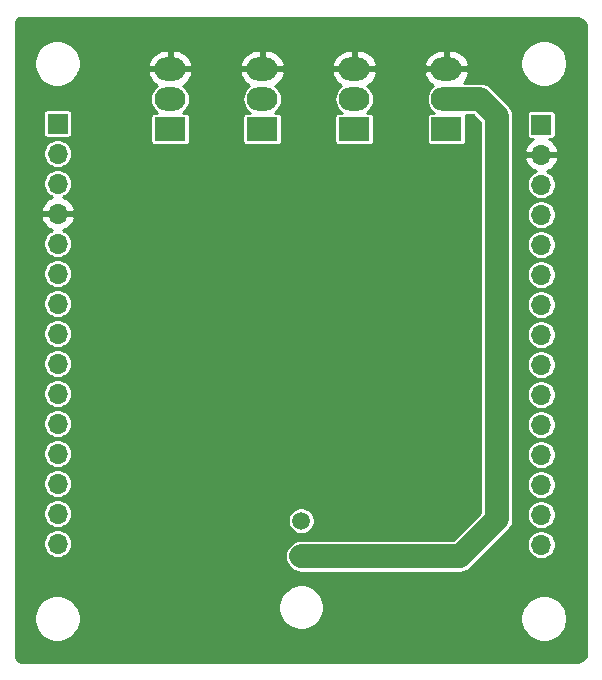
<source format=gbl>
%TF.GenerationSoftware,KiCad,Pcbnew,5.1.5+dfsg1-2build2*%
%TF.CreationDate,2021-01-24T18:32:34+01:00*%
%TF.ProjectId,PlacaDynamixel,506c6163-6144-4796-9e61-6d6978656c2e,rev?*%
%TF.SameCoordinates,Original*%
%TF.FileFunction,Copper,L2,Bot*%
%TF.FilePolarity,Positive*%
%FSLAX46Y46*%
G04 Gerber Fmt 4.6, Leading zero omitted, Abs format (unit mm)*
G04 Created by KiCad (PCBNEW 5.1.5+dfsg1-2build2) date 2021-01-24 18:32:34*
%MOMM*%
%LPD*%
G04 APERTURE LIST*
%ADD10R,2.600000X2.000000*%
%ADD11O,2.600000X2.000000*%
%ADD12C,1.500000*%
%ADD13O,1.700000X1.700000*%
%ADD14R,1.700000X1.700000*%
%ADD15C,2.000000*%
%ADD16C,0.254000*%
G04 APERTURE END LIST*
D10*
X158150000Y-73150000D03*
D11*
X158150000Y-70610000D03*
X158150000Y-68070000D03*
X134750000Y-68070000D03*
X134750000Y-70610000D03*
D10*
X134750000Y-73150000D03*
D12*
X145850000Y-106325000D03*
X145850000Y-109325000D03*
D10*
X150350000Y-73150000D03*
D11*
X150350000Y-70610000D03*
X150350000Y-68070000D03*
X142550000Y-68070000D03*
X142550000Y-70610000D03*
D10*
X142550000Y-73150000D03*
D13*
X125225000Y-108255000D03*
X125225000Y-105715000D03*
X125225000Y-103175000D03*
X125225000Y-100635000D03*
X125225000Y-98095000D03*
X125225000Y-95555000D03*
X125225000Y-93015000D03*
X125225000Y-90475000D03*
X125225000Y-87935000D03*
X125225000Y-85395000D03*
X125225000Y-82855000D03*
X125225000Y-80315000D03*
X125225000Y-77775000D03*
X125225000Y-75235000D03*
D14*
X125225000Y-72695000D03*
X166175000Y-72775000D03*
D13*
X166175000Y-75315000D03*
X166175000Y-77855000D03*
X166175000Y-80395000D03*
X166175000Y-82935000D03*
X166175000Y-85475000D03*
X166175000Y-88015000D03*
X166175000Y-90555000D03*
X166175000Y-93095000D03*
X166175000Y-95635000D03*
X166175000Y-98175000D03*
X166175000Y-100715000D03*
X166175000Y-103255000D03*
X166175000Y-105795000D03*
X166175000Y-108335000D03*
D15*
X160950000Y-70610000D02*
X162400000Y-72060000D01*
X158150000Y-70610000D02*
X160950000Y-70610000D01*
X162400000Y-72060000D02*
X162400000Y-106200000D01*
X159275000Y-109325000D02*
X145850000Y-109325000D01*
X162400000Y-106200000D02*
X159275000Y-109325000D01*
D16*
G36*
X169275869Y-63761788D02*
G01*
X169445041Y-63812864D01*
X169601073Y-63895828D01*
X169738013Y-64007514D01*
X169850657Y-64143676D01*
X169934706Y-64299122D01*
X169986962Y-64467935D01*
X170007101Y-64659543D01*
X170007100Y-117383225D01*
X169988212Y-117575870D01*
X169937137Y-117745040D01*
X169854172Y-117901073D01*
X169742486Y-118038013D01*
X169606324Y-118150657D01*
X169450877Y-118234707D01*
X169282064Y-118286963D01*
X169090475Y-118307100D01*
X122366766Y-118307100D01*
X122222691Y-118292973D01*
X122100226Y-118255999D01*
X121987275Y-118195942D01*
X121888143Y-118115092D01*
X121806603Y-118016527D01*
X121745760Y-117903999D01*
X121707931Y-117781795D01*
X121692900Y-117638786D01*
X121692900Y-114404889D01*
X123219000Y-114404889D01*
X123219000Y-114795111D01*
X123295129Y-115177836D01*
X123444461Y-115538355D01*
X123661257Y-115862814D01*
X123937186Y-116138743D01*
X124261645Y-116355539D01*
X124622164Y-116504871D01*
X125004889Y-116581000D01*
X125395111Y-116581000D01*
X125777836Y-116504871D01*
X126138355Y-116355539D01*
X126462814Y-116138743D01*
X126738743Y-115862814D01*
X126955539Y-115538355D01*
X127104871Y-115177836D01*
X127181000Y-114795111D01*
X127181000Y-114404889D01*
X127104871Y-114022164D01*
X126955539Y-113661645D01*
X126817339Y-113454813D01*
X143919000Y-113454813D01*
X143919000Y-113835187D01*
X143993208Y-114208252D01*
X144138770Y-114559671D01*
X144350095Y-114875941D01*
X144619059Y-115144905D01*
X144935329Y-115356230D01*
X145286748Y-115501792D01*
X145659813Y-115576000D01*
X146040187Y-115576000D01*
X146413252Y-115501792D01*
X146764671Y-115356230D01*
X147080941Y-115144905D01*
X147349905Y-114875941D01*
X147561230Y-114559671D01*
X147625342Y-114404889D01*
X164419000Y-114404889D01*
X164419000Y-114795111D01*
X164495129Y-115177836D01*
X164644461Y-115538355D01*
X164861257Y-115862814D01*
X165137186Y-116138743D01*
X165461645Y-116355539D01*
X165822164Y-116504871D01*
X166204889Y-116581000D01*
X166595111Y-116581000D01*
X166977836Y-116504871D01*
X167338355Y-116355539D01*
X167662814Y-116138743D01*
X167938743Y-115862814D01*
X168155539Y-115538355D01*
X168304871Y-115177836D01*
X168381000Y-114795111D01*
X168381000Y-114404889D01*
X168304871Y-114022164D01*
X168155539Y-113661645D01*
X167938743Y-113337186D01*
X167662814Y-113061257D01*
X167338355Y-112844461D01*
X166977836Y-112695129D01*
X166595111Y-112619000D01*
X166204889Y-112619000D01*
X165822164Y-112695129D01*
X165461645Y-112844461D01*
X165137186Y-113061257D01*
X164861257Y-113337186D01*
X164644461Y-113661645D01*
X164495129Y-114022164D01*
X164419000Y-114404889D01*
X147625342Y-114404889D01*
X147706792Y-114208252D01*
X147781000Y-113835187D01*
X147781000Y-113454813D01*
X147706792Y-113081748D01*
X147561230Y-112730329D01*
X147349905Y-112414059D01*
X147080941Y-112145095D01*
X146764671Y-111933770D01*
X146413252Y-111788208D01*
X146040187Y-111714000D01*
X145659813Y-111714000D01*
X145286748Y-111788208D01*
X144935329Y-111933770D01*
X144619059Y-112145095D01*
X144350095Y-112414059D01*
X144138770Y-112730329D01*
X143993208Y-113081748D01*
X143919000Y-113454813D01*
X126817339Y-113454813D01*
X126738743Y-113337186D01*
X126462814Y-113061257D01*
X126138355Y-112844461D01*
X125777836Y-112695129D01*
X125395111Y-112619000D01*
X125004889Y-112619000D01*
X124622164Y-112695129D01*
X124261645Y-112844461D01*
X123937186Y-113061257D01*
X123661257Y-113337186D01*
X123444461Y-113661645D01*
X123295129Y-114022164D01*
X123219000Y-114404889D01*
X121692900Y-114404889D01*
X121692900Y-108133757D01*
X123994000Y-108133757D01*
X123994000Y-108376243D01*
X124041307Y-108614069D01*
X124134102Y-108838097D01*
X124268820Y-109039717D01*
X124440283Y-109211180D01*
X124641903Y-109345898D01*
X124865931Y-109438693D01*
X125103757Y-109486000D01*
X125346243Y-109486000D01*
X125584069Y-109438693D01*
X125808097Y-109345898D01*
X125839373Y-109325000D01*
X144462318Y-109325000D01*
X144488982Y-109595723D01*
X144567949Y-109856043D01*
X144696185Y-110095955D01*
X144868761Y-110306239D01*
X145079045Y-110478815D01*
X145318957Y-110607051D01*
X145579277Y-110686018D01*
X145782157Y-110706000D01*
X159207167Y-110706000D01*
X159275000Y-110712681D01*
X159342833Y-110706000D01*
X159342843Y-110706000D01*
X159545723Y-110686018D01*
X159806043Y-110607051D01*
X160045955Y-110478815D01*
X160256239Y-110306239D01*
X160299488Y-110253540D01*
X162339271Y-108213757D01*
X164944000Y-108213757D01*
X164944000Y-108456243D01*
X164991307Y-108694069D01*
X165084102Y-108918097D01*
X165218820Y-109119717D01*
X165390283Y-109291180D01*
X165591903Y-109425898D01*
X165815931Y-109518693D01*
X166053757Y-109566000D01*
X166296243Y-109566000D01*
X166534069Y-109518693D01*
X166758097Y-109425898D01*
X166959717Y-109291180D01*
X167131180Y-109119717D01*
X167265898Y-108918097D01*
X167358693Y-108694069D01*
X167406000Y-108456243D01*
X167406000Y-108213757D01*
X167358693Y-107975931D01*
X167265898Y-107751903D01*
X167131180Y-107550283D01*
X166959717Y-107378820D01*
X166758097Y-107244102D01*
X166534069Y-107151307D01*
X166296243Y-107104000D01*
X166053757Y-107104000D01*
X165815931Y-107151307D01*
X165591903Y-107244102D01*
X165390283Y-107378820D01*
X165218820Y-107550283D01*
X165084102Y-107751903D01*
X164991307Y-107975931D01*
X164944000Y-108213757D01*
X162339271Y-108213757D01*
X163328545Y-107224484D01*
X163381239Y-107181239D01*
X163553815Y-106970955D01*
X163682051Y-106731043D01*
X163761018Y-106470723D01*
X163781000Y-106267843D01*
X163781000Y-106267834D01*
X163787681Y-106200001D01*
X163781000Y-106132168D01*
X163781000Y-105673757D01*
X164944000Y-105673757D01*
X164944000Y-105916243D01*
X164991307Y-106154069D01*
X165084102Y-106378097D01*
X165218820Y-106579717D01*
X165390283Y-106751180D01*
X165591903Y-106885898D01*
X165815931Y-106978693D01*
X166053757Y-107026000D01*
X166296243Y-107026000D01*
X166534069Y-106978693D01*
X166758097Y-106885898D01*
X166959717Y-106751180D01*
X167131180Y-106579717D01*
X167265898Y-106378097D01*
X167358693Y-106154069D01*
X167406000Y-105916243D01*
X167406000Y-105673757D01*
X167358693Y-105435931D01*
X167265898Y-105211903D01*
X167131180Y-105010283D01*
X166959717Y-104838820D01*
X166758097Y-104704102D01*
X166534069Y-104611307D01*
X166296243Y-104564000D01*
X166053757Y-104564000D01*
X165815931Y-104611307D01*
X165591903Y-104704102D01*
X165390283Y-104838820D01*
X165218820Y-105010283D01*
X165084102Y-105211903D01*
X164991307Y-105435931D01*
X164944000Y-105673757D01*
X163781000Y-105673757D01*
X163781000Y-103133757D01*
X164944000Y-103133757D01*
X164944000Y-103376243D01*
X164991307Y-103614069D01*
X165084102Y-103838097D01*
X165218820Y-104039717D01*
X165390283Y-104211180D01*
X165591903Y-104345898D01*
X165815931Y-104438693D01*
X166053757Y-104486000D01*
X166296243Y-104486000D01*
X166534069Y-104438693D01*
X166758097Y-104345898D01*
X166959717Y-104211180D01*
X167131180Y-104039717D01*
X167265898Y-103838097D01*
X167358693Y-103614069D01*
X167406000Y-103376243D01*
X167406000Y-103133757D01*
X167358693Y-102895931D01*
X167265898Y-102671903D01*
X167131180Y-102470283D01*
X166959717Y-102298820D01*
X166758097Y-102164102D01*
X166534069Y-102071307D01*
X166296243Y-102024000D01*
X166053757Y-102024000D01*
X165815931Y-102071307D01*
X165591903Y-102164102D01*
X165390283Y-102298820D01*
X165218820Y-102470283D01*
X165084102Y-102671903D01*
X164991307Y-102895931D01*
X164944000Y-103133757D01*
X163781000Y-103133757D01*
X163781000Y-100593757D01*
X164944000Y-100593757D01*
X164944000Y-100836243D01*
X164991307Y-101074069D01*
X165084102Y-101298097D01*
X165218820Y-101499717D01*
X165390283Y-101671180D01*
X165591903Y-101805898D01*
X165815931Y-101898693D01*
X166053757Y-101946000D01*
X166296243Y-101946000D01*
X166534069Y-101898693D01*
X166758097Y-101805898D01*
X166959717Y-101671180D01*
X167131180Y-101499717D01*
X167265898Y-101298097D01*
X167358693Y-101074069D01*
X167406000Y-100836243D01*
X167406000Y-100593757D01*
X167358693Y-100355931D01*
X167265898Y-100131903D01*
X167131180Y-99930283D01*
X166959717Y-99758820D01*
X166758097Y-99624102D01*
X166534069Y-99531307D01*
X166296243Y-99484000D01*
X166053757Y-99484000D01*
X165815931Y-99531307D01*
X165591903Y-99624102D01*
X165390283Y-99758820D01*
X165218820Y-99930283D01*
X165084102Y-100131903D01*
X164991307Y-100355931D01*
X164944000Y-100593757D01*
X163781000Y-100593757D01*
X163781000Y-98053757D01*
X164944000Y-98053757D01*
X164944000Y-98296243D01*
X164991307Y-98534069D01*
X165084102Y-98758097D01*
X165218820Y-98959717D01*
X165390283Y-99131180D01*
X165591903Y-99265898D01*
X165815931Y-99358693D01*
X166053757Y-99406000D01*
X166296243Y-99406000D01*
X166534069Y-99358693D01*
X166758097Y-99265898D01*
X166959717Y-99131180D01*
X167131180Y-98959717D01*
X167265898Y-98758097D01*
X167358693Y-98534069D01*
X167406000Y-98296243D01*
X167406000Y-98053757D01*
X167358693Y-97815931D01*
X167265898Y-97591903D01*
X167131180Y-97390283D01*
X166959717Y-97218820D01*
X166758097Y-97084102D01*
X166534069Y-96991307D01*
X166296243Y-96944000D01*
X166053757Y-96944000D01*
X165815931Y-96991307D01*
X165591903Y-97084102D01*
X165390283Y-97218820D01*
X165218820Y-97390283D01*
X165084102Y-97591903D01*
X164991307Y-97815931D01*
X164944000Y-98053757D01*
X163781000Y-98053757D01*
X163781000Y-95513757D01*
X164944000Y-95513757D01*
X164944000Y-95756243D01*
X164991307Y-95994069D01*
X165084102Y-96218097D01*
X165218820Y-96419717D01*
X165390283Y-96591180D01*
X165591903Y-96725898D01*
X165815931Y-96818693D01*
X166053757Y-96866000D01*
X166296243Y-96866000D01*
X166534069Y-96818693D01*
X166758097Y-96725898D01*
X166959717Y-96591180D01*
X167131180Y-96419717D01*
X167265898Y-96218097D01*
X167358693Y-95994069D01*
X167406000Y-95756243D01*
X167406000Y-95513757D01*
X167358693Y-95275931D01*
X167265898Y-95051903D01*
X167131180Y-94850283D01*
X166959717Y-94678820D01*
X166758097Y-94544102D01*
X166534069Y-94451307D01*
X166296243Y-94404000D01*
X166053757Y-94404000D01*
X165815931Y-94451307D01*
X165591903Y-94544102D01*
X165390283Y-94678820D01*
X165218820Y-94850283D01*
X165084102Y-95051903D01*
X164991307Y-95275931D01*
X164944000Y-95513757D01*
X163781000Y-95513757D01*
X163781000Y-92973757D01*
X164944000Y-92973757D01*
X164944000Y-93216243D01*
X164991307Y-93454069D01*
X165084102Y-93678097D01*
X165218820Y-93879717D01*
X165390283Y-94051180D01*
X165591903Y-94185898D01*
X165815931Y-94278693D01*
X166053757Y-94326000D01*
X166296243Y-94326000D01*
X166534069Y-94278693D01*
X166758097Y-94185898D01*
X166959717Y-94051180D01*
X167131180Y-93879717D01*
X167265898Y-93678097D01*
X167358693Y-93454069D01*
X167406000Y-93216243D01*
X167406000Y-92973757D01*
X167358693Y-92735931D01*
X167265898Y-92511903D01*
X167131180Y-92310283D01*
X166959717Y-92138820D01*
X166758097Y-92004102D01*
X166534069Y-91911307D01*
X166296243Y-91864000D01*
X166053757Y-91864000D01*
X165815931Y-91911307D01*
X165591903Y-92004102D01*
X165390283Y-92138820D01*
X165218820Y-92310283D01*
X165084102Y-92511903D01*
X164991307Y-92735931D01*
X164944000Y-92973757D01*
X163781000Y-92973757D01*
X163781000Y-90433757D01*
X164944000Y-90433757D01*
X164944000Y-90676243D01*
X164991307Y-90914069D01*
X165084102Y-91138097D01*
X165218820Y-91339717D01*
X165390283Y-91511180D01*
X165591903Y-91645898D01*
X165815931Y-91738693D01*
X166053757Y-91786000D01*
X166296243Y-91786000D01*
X166534069Y-91738693D01*
X166758097Y-91645898D01*
X166959717Y-91511180D01*
X167131180Y-91339717D01*
X167265898Y-91138097D01*
X167358693Y-90914069D01*
X167406000Y-90676243D01*
X167406000Y-90433757D01*
X167358693Y-90195931D01*
X167265898Y-89971903D01*
X167131180Y-89770283D01*
X166959717Y-89598820D01*
X166758097Y-89464102D01*
X166534069Y-89371307D01*
X166296243Y-89324000D01*
X166053757Y-89324000D01*
X165815931Y-89371307D01*
X165591903Y-89464102D01*
X165390283Y-89598820D01*
X165218820Y-89770283D01*
X165084102Y-89971903D01*
X164991307Y-90195931D01*
X164944000Y-90433757D01*
X163781000Y-90433757D01*
X163781000Y-87893757D01*
X164944000Y-87893757D01*
X164944000Y-88136243D01*
X164991307Y-88374069D01*
X165084102Y-88598097D01*
X165218820Y-88799717D01*
X165390283Y-88971180D01*
X165591903Y-89105898D01*
X165815931Y-89198693D01*
X166053757Y-89246000D01*
X166296243Y-89246000D01*
X166534069Y-89198693D01*
X166758097Y-89105898D01*
X166959717Y-88971180D01*
X167131180Y-88799717D01*
X167265898Y-88598097D01*
X167358693Y-88374069D01*
X167406000Y-88136243D01*
X167406000Y-87893757D01*
X167358693Y-87655931D01*
X167265898Y-87431903D01*
X167131180Y-87230283D01*
X166959717Y-87058820D01*
X166758097Y-86924102D01*
X166534069Y-86831307D01*
X166296243Y-86784000D01*
X166053757Y-86784000D01*
X165815931Y-86831307D01*
X165591903Y-86924102D01*
X165390283Y-87058820D01*
X165218820Y-87230283D01*
X165084102Y-87431903D01*
X164991307Y-87655931D01*
X164944000Y-87893757D01*
X163781000Y-87893757D01*
X163781000Y-85353757D01*
X164944000Y-85353757D01*
X164944000Y-85596243D01*
X164991307Y-85834069D01*
X165084102Y-86058097D01*
X165218820Y-86259717D01*
X165390283Y-86431180D01*
X165591903Y-86565898D01*
X165815931Y-86658693D01*
X166053757Y-86706000D01*
X166296243Y-86706000D01*
X166534069Y-86658693D01*
X166758097Y-86565898D01*
X166959717Y-86431180D01*
X167131180Y-86259717D01*
X167265898Y-86058097D01*
X167358693Y-85834069D01*
X167406000Y-85596243D01*
X167406000Y-85353757D01*
X167358693Y-85115931D01*
X167265898Y-84891903D01*
X167131180Y-84690283D01*
X166959717Y-84518820D01*
X166758097Y-84384102D01*
X166534069Y-84291307D01*
X166296243Y-84244000D01*
X166053757Y-84244000D01*
X165815931Y-84291307D01*
X165591903Y-84384102D01*
X165390283Y-84518820D01*
X165218820Y-84690283D01*
X165084102Y-84891903D01*
X164991307Y-85115931D01*
X164944000Y-85353757D01*
X163781000Y-85353757D01*
X163781000Y-82813757D01*
X164944000Y-82813757D01*
X164944000Y-83056243D01*
X164991307Y-83294069D01*
X165084102Y-83518097D01*
X165218820Y-83719717D01*
X165390283Y-83891180D01*
X165591903Y-84025898D01*
X165815931Y-84118693D01*
X166053757Y-84166000D01*
X166296243Y-84166000D01*
X166534069Y-84118693D01*
X166758097Y-84025898D01*
X166959717Y-83891180D01*
X167131180Y-83719717D01*
X167265898Y-83518097D01*
X167358693Y-83294069D01*
X167406000Y-83056243D01*
X167406000Y-82813757D01*
X167358693Y-82575931D01*
X167265898Y-82351903D01*
X167131180Y-82150283D01*
X166959717Y-81978820D01*
X166758097Y-81844102D01*
X166534069Y-81751307D01*
X166296243Y-81704000D01*
X166053757Y-81704000D01*
X165815931Y-81751307D01*
X165591903Y-81844102D01*
X165390283Y-81978820D01*
X165218820Y-82150283D01*
X165084102Y-82351903D01*
X164991307Y-82575931D01*
X164944000Y-82813757D01*
X163781000Y-82813757D01*
X163781000Y-80273757D01*
X164944000Y-80273757D01*
X164944000Y-80516243D01*
X164991307Y-80754069D01*
X165084102Y-80978097D01*
X165218820Y-81179717D01*
X165390283Y-81351180D01*
X165591903Y-81485898D01*
X165815931Y-81578693D01*
X166053757Y-81626000D01*
X166296243Y-81626000D01*
X166534069Y-81578693D01*
X166758097Y-81485898D01*
X166959717Y-81351180D01*
X167131180Y-81179717D01*
X167265898Y-80978097D01*
X167358693Y-80754069D01*
X167406000Y-80516243D01*
X167406000Y-80273757D01*
X167358693Y-80035931D01*
X167265898Y-79811903D01*
X167131180Y-79610283D01*
X166959717Y-79438820D01*
X166758097Y-79304102D01*
X166534069Y-79211307D01*
X166296243Y-79164000D01*
X166053757Y-79164000D01*
X165815931Y-79211307D01*
X165591903Y-79304102D01*
X165390283Y-79438820D01*
X165218820Y-79610283D01*
X165084102Y-79811903D01*
X164991307Y-80035931D01*
X164944000Y-80273757D01*
X163781000Y-80273757D01*
X163781000Y-75671890D01*
X164733524Y-75671890D01*
X164778175Y-75819099D01*
X164903359Y-76081920D01*
X165077412Y-76315269D01*
X165293645Y-76510178D01*
X165543748Y-76659157D01*
X165706168Y-76716772D01*
X165591903Y-76764102D01*
X165390283Y-76898820D01*
X165218820Y-77070283D01*
X165084102Y-77271903D01*
X164991307Y-77495931D01*
X164944000Y-77733757D01*
X164944000Y-77976243D01*
X164991307Y-78214069D01*
X165084102Y-78438097D01*
X165218820Y-78639717D01*
X165390283Y-78811180D01*
X165591903Y-78945898D01*
X165815931Y-79038693D01*
X166053757Y-79086000D01*
X166296243Y-79086000D01*
X166534069Y-79038693D01*
X166758097Y-78945898D01*
X166959717Y-78811180D01*
X167131180Y-78639717D01*
X167265898Y-78438097D01*
X167358693Y-78214069D01*
X167406000Y-77976243D01*
X167406000Y-77733757D01*
X167358693Y-77495931D01*
X167265898Y-77271903D01*
X167131180Y-77070283D01*
X166959717Y-76898820D01*
X166758097Y-76764102D01*
X166643832Y-76716772D01*
X166806252Y-76659157D01*
X167056355Y-76510178D01*
X167272588Y-76315269D01*
X167446641Y-76081920D01*
X167571825Y-75819099D01*
X167616476Y-75671890D01*
X167495155Y-75442000D01*
X166302000Y-75442000D01*
X166302000Y-75462000D01*
X166048000Y-75462000D01*
X166048000Y-75442000D01*
X164854845Y-75442000D01*
X164733524Y-75671890D01*
X163781000Y-75671890D01*
X163781000Y-74958110D01*
X164733524Y-74958110D01*
X164854845Y-75188000D01*
X166048000Y-75188000D01*
X166048000Y-75168000D01*
X166302000Y-75168000D01*
X166302000Y-75188000D01*
X167495155Y-75188000D01*
X167616476Y-74958110D01*
X167571825Y-74810901D01*
X167446641Y-74548080D01*
X167272588Y-74314731D01*
X167056355Y-74119822D01*
X166868367Y-74007843D01*
X167025000Y-74007843D01*
X167099689Y-74000487D01*
X167171508Y-73978701D01*
X167237696Y-73943322D01*
X167295711Y-73895711D01*
X167343322Y-73837696D01*
X167378701Y-73771508D01*
X167400487Y-73699689D01*
X167407843Y-73625000D01*
X167407843Y-71925000D01*
X167400487Y-71850311D01*
X167378701Y-71778492D01*
X167343322Y-71712304D01*
X167295711Y-71654289D01*
X167237696Y-71606678D01*
X167171508Y-71571299D01*
X167099689Y-71549513D01*
X167025000Y-71542157D01*
X165325000Y-71542157D01*
X165250311Y-71549513D01*
X165178492Y-71571299D01*
X165112304Y-71606678D01*
X165054289Y-71654289D01*
X165006678Y-71712304D01*
X164971299Y-71778492D01*
X164949513Y-71850311D01*
X164942157Y-71925000D01*
X164942157Y-73625000D01*
X164949513Y-73699689D01*
X164971299Y-73771508D01*
X165006678Y-73837696D01*
X165054289Y-73895711D01*
X165112304Y-73943322D01*
X165178492Y-73978701D01*
X165250311Y-74000487D01*
X165325000Y-74007843D01*
X165481633Y-74007843D01*
X165293645Y-74119822D01*
X165077412Y-74314731D01*
X164903359Y-74548080D01*
X164778175Y-74810901D01*
X164733524Y-74958110D01*
X163781000Y-74958110D01*
X163781000Y-72127836D01*
X163787681Y-72060000D01*
X163781000Y-71992164D01*
X163781000Y-71992157D01*
X163761018Y-71789277D01*
X163682051Y-71528957D01*
X163553815Y-71289045D01*
X163381238Y-71078761D01*
X163328544Y-71035516D01*
X161974488Y-69681460D01*
X161931239Y-69628761D01*
X161720955Y-69456185D01*
X161481043Y-69327949D01*
X161220723Y-69248982D01*
X161017843Y-69229000D01*
X161017833Y-69229000D01*
X160950000Y-69222319D01*
X160882167Y-69229000D01*
X159599329Y-69229000D01*
X159695922Y-69136317D01*
X159880010Y-68872761D01*
X160009144Y-68578355D01*
X160040124Y-68450434D01*
X159920777Y-68197000D01*
X158277000Y-68197000D01*
X158277000Y-68217000D01*
X158023000Y-68217000D01*
X158023000Y-68197000D01*
X156379223Y-68197000D01*
X156259876Y-68450434D01*
X156290856Y-68578355D01*
X156419990Y-68872761D01*
X156604078Y-69136317D01*
X156836046Y-69358895D01*
X157039361Y-69488753D01*
X156868761Y-69628761D01*
X156696185Y-69839045D01*
X156567949Y-70078957D01*
X156488982Y-70339277D01*
X156462318Y-70610000D01*
X156488982Y-70880723D01*
X156567949Y-71141043D01*
X156696185Y-71380955D01*
X156868761Y-71591239D01*
X157079045Y-71763815D01*
X157085297Y-71767157D01*
X156850000Y-71767157D01*
X156775311Y-71774513D01*
X156703492Y-71796299D01*
X156637304Y-71831678D01*
X156579289Y-71879289D01*
X156531678Y-71937304D01*
X156496299Y-72003492D01*
X156474513Y-72075311D01*
X156467157Y-72150000D01*
X156467157Y-74150000D01*
X156474513Y-74224689D01*
X156496299Y-74296508D01*
X156531678Y-74362696D01*
X156579289Y-74420711D01*
X156637304Y-74468322D01*
X156703492Y-74503701D01*
X156775311Y-74525487D01*
X156850000Y-74532843D01*
X159450000Y-74532843D01*
X159524689Y-74525487D01*
X159596508Y-74503701D01*
X159662696Y-74468322D01*
X159720711Y-74420711D01*
X159768322Y-74362696D01*
X159803701Y-74296508D01*
X159825487Y-74224689D01*
X159832843Y-74150000D01*
X159832843Y-72150000D01*
X159825487Y-72075311D01*
X159803701Y-72003492D01*
X159797024Y-71991000D01*
X160377972Y-71991000D01*
X161019000Y-72632028D01*
X161019001Y-105627970D01*
X158702972Y-107944000D01*
X145782157Y-107944000D01*
X145579277Y-107963982D01*
X145318957Y-108042949D01*
X145079045Y-108171185D01*
X144868761Y-108343761D01*
X144696185Y-108554045D01*
X144567949Y-108793957D01*
X144488982Y-109054277D01*
X144462318Y-109325000D01*
X125839373Y-109325000D01*
X126009717Y-109211180D01*
X126181180Y-109039717D01*
X126315898Y-108838097D01*
X126408693Y-108614069D01*
X126456000Y-108376243D01*
X126456000Y-108133757D01*
X126408693Y-107895931D01*
X126315898Y-107671903D01*
X126181180Y-107470283D01*
X126009717Y-107298820D01*
X125808097Y-107164102D01*
X125584069Y-107071307D01*
X125346243Y-107024000D01*
X125103757Y-107024000D01*
X124865931Y-107071307D01*
X124641903Y-107164102D01*
X124440283Y-107298820D01*
X124268820Y-107470283D01*
X124134102Y-107671903D01*
X124041307Y-107895931D01*
X123994000Y-108133757D01*
X121692900Y-108133757D01*
X121692900Y-105593757D01*
X123994000Y-105593757D01*
X123994000Y-105836243D01*
X124041307Y-106074069D01*
X124134102Y-106298097D01*
X124268820Y-106499717D01*
X124440283Y-106671180D01*
X124641903Y-106805898D01*
X124865931Y-106898693D01*
X125103757Y-106946000D01*
X125346243Y-106946000D01*
X125584069Y-106898693D01*
X125808097Y-106805898D01*
X126009717Y-106671180D01*
X126181180Y-106499717D01*
X126315898Y-106298097D01*
X126350895Y-106213606D01*
X144719000Y-106213606D01*
X144719000Y-106436394D01*
X144762464Y-106654900D01*
X144847721Y-106860729D01*
X144971495Y-107045970D01*
X145129030Y-107203505D01*
X145314271Y-107327279D01*
X145520100Y-107412536D01*
X145738606Y-107456000D01*
X145961394Y-107456000D01*
X146179900Y-107412536D01*
X146385729Y-107327279D01*
X146570970Y-107203505D01*
X146728505Y-107045970D01*
X146852279Y-106860729D01*
X146937536Y-106654900D01*
X146981000Y-106436394D01*
X146981000Y-106213606D01*
X146937536Y-105995100D01*
X146852279Y-105789271D01*
X146728505Y-105604030D01*
X146570970Y-105446495D01*
X146385729Y-105322721D01*
X146179900Y-105237464D01*
X145961394Y-105194000D01*
X145738606Y-105194000D01*
X145520100Y-105237464D01*
X145314271Y-105322721D01*
X145129030Y-105446495D01*
X144971495Y-105604030D01*
X144847721Y-105789271D01*
X144762464Y-105995100D01*
X144719000Y-106213606D01*
X126350895Y-106213606D01*
X126408693Y-106074069D01*
X126456000Y-105836243D01*
X126456000Y-105593757D01*
X126408693Y-105355931D01*
X126315898Y-105131903D01*
X126181180Y-104930283D01*
X126009717Y-104758820D01*
X125808097Y-104624102D01*
X125584069Y-104531307D01*
X125346243Y-104484000D01*
X125103757Y-104484000D01*
X124865931Y-104531307D01*
X124641903Y-104624102D01*
X124440283Y-104758820D01*
X124268820Y-104930283D01*
X124134102Y-105131903D01*
X124041307Y-105355931D01*
X123994000Y-105593757D01*
X121692900Y-105593757D01*
X121692900Y-103053757D01*
X123994000Y-103053757D01*
X123994000Y-103296243D01*
X124041307Y-103534069D01*
X124134102Y-103758097D01*
X124268820Y-103959717D01*
X124440283Y-104131180D01*
X124641903Y-104265898D01*
X124865931Y-104358693D01*
X125103757Y-104406000D01*
X125346243Y-104406000D01*
X125584069Y-104358693D01*
X125808097Y-104265898D01*
X126009717Y-104131180D01*
X126181180Y-103959717D01*
X126315898Y-103758097D01*
X126408693Y-103534069D01*
X126456000Y-103296243D01*
X126456000Y-103053757D01*
X126408693Y-102815931D01*
X126315898Y-102591903D01*
X126181180Y-102390283D01*
X126009717Y-102218820D01*
X125808097Y-102084102D01*
X125584069Y-101991307D01*
X125346243Y-101944000D01*
X125103757Y-101944000D01*
X124865931Y-101991307D01*
X124641903Y-102084102D01*
X124440283Y-102218820D01*
X124268820Y-102390283D01*
X124134102Y-102591903D01*
X124041307Y-102815931D01*
X123994000Y-103053757D01*
X121692900Y-103053757D01*
X121692900Y-100513757D01*
X123994000Y-100513757D01*
X123994000Y-100756243D01*
X124041307Y-100994069D01*
X124134102Y-101218097D01*
X124268820Y-101419717D01*
X124440283Y-101591180D01*
X124641903Y-101725898D01*
X124865931Y-101818693D01*
X125103757Y-101866000D01*
X125346243Y-101866000D01*
X125584069Y-101818693D01*
X125808097Y-101725898D01*
X126009717Y-101591180D01*
X126181180Y-101419717D01*
X126315898Y-101218097D01*
X126408693Y-100994069D01*
X126456000Y-100756243D01*
X126456000Y-100513757D01*
X126408693Y-100275931D01*
X126315898Y-100051903D01*
X126181180Y-99850283D01*
X126009717Y-99678820D01*
X125808097Y-99544102D01*
X125584069Y-99451307D01*
X125346243Y-99404000D01*
X125103757Y-99404000D01*
X124865931Y-99451307D01*
X124641903Y-99544102D01*
X124440283Y-99678820D01*
X124268820Y-99850283D01*
X124134102Y-100051903D01*
X124041307Y-100275931D01*
X123994000Y-100513757D01*
X121692900Y-100513757D01*
X121692900Y-97973757D01*
X123994000Y-97973757D01*
X123994000Y-98216243D01*
X124041307Y-98454069D01*
X124134102Y-98678097D01*
X124268820Y-98879717D01*
X124440283Y-99051180D01*
X124641903Y-99185898D01*
X124865931Y-99278693D01*
X125103757Y-99326000D01*
X125346243Y-99326000D01*
X125584069Y-99278693D01*
X125808097Y-99185898D01*
X126009717Y-99051180D01*
X126181180Y-98879717D01*
X126315898Y-98678097D01*
X126408693Y-98454069D01*
X126456000Y-98216243D01*
X126456000Y-97973757D01*
X126408693Y-97735931D01*
X126315898Y-97511903D01*
X126181180Y-97310283D01*
X126009717Y-97138820D01*
X125808097Y-97004102D01*
X125584069Y-96911307D01*
X125346243Y-96864000D01*
X125103757Y-96864000D01*
X124865931Y-96911307D01*
X124641903Y-97004102D01*
X124440283Y-97138820D01*
X124268820Y-97310283D01*
X124134102Y-97511903D01*
X124041307Y-97735931D01*
X123994000Y-97973757D01*
X121692900Y-97973757D01*
X121692900Y-95433757D01*
X123994000Y-95433757D01*
X123994000Y-95676243D01*
X124041307Y-95914069D01*
X124134102Y-96138097D01*
X124268820Y-96339717D01*
X124440283Y-96511180D01*
X124641903Y-96645898D01*
X124865931Y-96738693D01*
X125103757Y-96786000D01*
X125346243Y-96786000D01*
X125584069Y-96738693D01*
X125808097Y-96645898D01*
X126009717Y-96511180D01*
X126181180Y-96339717D01*
X126315898Y-96138097D01*
X126408693Y-95914069D01*
X126456000Y-95676243D01*
X126456000Y-95433757D01*
X126408693Y-95195931D01*
X126315898Y-94971903D01*
X126181180Y-94770283D01*
X126009717Y-94598820D01*
X125808097Y-94464102D01*
X125584069Y-94371307D01*
X125346243Y-94324000D01*
X125103757Y-94324000D01*
X124865931Y-94371307D01*
X124641903Y-94464102D01*
X124440283Y-94598820D01*
X124268820Y-94770283D01*
X124134102Y-94971903D01*
X124041307Y-95195931D01*
X123994000Y-95433757D01*
X121692900Y-95433757D01*
X121692900Y-92893757D01*
X123994000Y-92893757D01*
X123994000Y-93136243D01*
X124041307Y-93374069D01*
X124134102Y-93598097D01*
X124268820Y-93799717D01*
X124440283Y-93971180D01*
X124641903Y-94105898D01*
X124865931Y-94198693D01*
X125103757Y-94246000D01*
X125346243Y-94246000D01*
X125584069Y-94198693D01*
X125808097Y-94105898D01*
X126009717Y-93971180D01*
X126181180Y-93799717D01*
X126315898Y-93598097D01*
X126408693Y-93374069D01*
X126456000Y-93136243D01*
X126456000Y-92893757D01*
X126408693Y-92655931D01*
X126315898Y-92431903D01*
X126181180Y-92230283D01*
X126009717Y-92058820D01*
X125808097Y-91924102D01*
X125584069Y-91831307D01*
X125346243Y-91784000D01*
X125103757Y-91784000D01*
X124865931Y-91831307D01*
X124641903Y-91924102D01*
X124440283Y-92058820D01*
X124268820Y-92230283D01*
X124134102Y-92431903D01*
X124041307Y-92655931D01*
X123994000Y-92893757D01*
X121692900Y-92893757D01*
X121692900Y-90353757D01*
X123994000Y-90353757D01*
X123994000Y-90596243D01*
X124041307Y-90834069D01*
X124134102Y-91058097D01*
X124268820Y-91259717D01*
X124440283Y-91431180D01*
X124641903Y-91565898D01*
X124865931Y-91658693D01*
X125103757Y-91706000D01*
X125346243Y-91706000D01*
X125584069Y-91658693D01*
X125808097Y-91565898D01*
X126009717Y-91431180D01*
X126181180Y-91259717D01*
X126315898Y-91058097D01*
X126408693Y-90834069D01*
X126456000Y-90596243D01*
X126456000Y-90353757D01*
X126408693Y-90115931D01*
X126315898Y-89891903D01*
X126181180Y-89690283D01*
X126009717Y-89518820D01*
X125808097Y-89384102D01*
X125584069Y-89291307D01*
X125346243Y-89244000D01*
X125103757Y-89244000D01*
X124865931Y-89291307D01*
X124641903Y-89384102D01*
X124440283Y-89518820D01*
X124268820Y-89690283D01*
X124134102Y-89891903D01*
X124041307Y-90115931D01*
X123994000Y-90353757D01*
X121692900Y-90353757D01*
X121692900Y-87813757D01*
X123994000Y-87813757D01*
X123994000Y-88056243D01*
X124041307Y-88294069D01*
X124134102Y-88518097D01*
X124268820Y-88719717D01*
X124440283Y-88891180D01*
X124641903Y-89025898D01*
X124865931Y-89118693D01*
X125103757Y-89166000D01*
X125346243Y-89166000D01*
X125584069Y-89118693D01*
X125808097Y-89025898D01*
X126009717Y-88891180D01*
X126181180Y-88719717D01*
X126315898Y-88518097D01*
X126408693Y-88294069D01*
X126456000Y-88056243D01*
X126456000Y-87813757D01*
X126408693Y-87575931D01*
X126315898Y-87351903D01*
X126181180Y-87150283D01*
X126009717Y-86978820D01*
X125808097Y-86844102D01*
X125584069Y-86751307D01*
X125346243Y-86704000D01*
X125103757Y-86704000D01*
X124865931Y-86751307D01*
X124641903Y-86844102D01*
X124440283Y-86978820D01*
X124268820Y-87150283D01*
X124134102Y-87351903D01*
X124041307Y-87575931D01*
X123994000Y-87813757D01*
X121692900Y-87813757D01*
X121692900Y-85273757D01*
X123994000Y-85273757D01*
X123994000Y-85516243D01*
X124041307Y-85754069D01*
X124134102Y-85978097D01*
X124268820Y-86179717D01*
X124440283Y-86351180D01*
X124641903Y-86485898D01*
X124865931Y-86578693D01*
X125103757Y-86626000D01*
X125346243Y-86626000D01*
X125584069Y-86578693D01*
X125808097Y-86485898D01*
X126009717Y-86351180D01*
X126181180Y-86179717D01*
X126315898Y-85978097D01*
X126408693Y-85754069D01*
X126456000Y-85516243D01*
X126456000Y-85273757D01*
X126408693Y-85035931D01*
X126315898Y-84811903D01*
X126181180Y-84610283D01*
X126009717Y-84438820D01*
X125808097Y-84304102D01*
X125584069Y-84211307D01*
X125346243Y-84164000D01*
X125103757Y-84164000D01*
X124865931Y-84211307D01*
X124641903Y-84304102D01*
X124440283Y-84438820D01*
X124268820Y-84610283D01*
X124134102Y-84811903D01*
X124041307Y-85035931D01*
X123994000Y-85273757D01*
X121692900Y-85273757D01*
X121692900Y-80671890D01*
X123783524Y-80671890D01*
X123828175Y-80819099D01*
X123953359Y-81081920D01*
X124127412Y-81315269D01*
X124343645Y-81510178D01*
X124593748Y-81659157D01*
X124756168Y-81716772D01*
X124641903Y-81764102D01*
X124440283Y-81898820D01*
X124268820Y-82070283D01*
X124134102Y-82271903D01*
X124041307Y-82495931D01*
X123994000Y-82733757D01*
X123994000Y-82976243D01*
X124041307Y-83214069D01*
X124134102Y-83438097D01*
X124268820Y-83639717D01*
X124440283Y-83811180D01*
X124641903Y-83945898D01*
X124865931Y-84038693D01*
X125103757Y-84086000D01*
X125346243Y-84086000D01*
X125584069Y-84038693D01*
X125808097Y-83945898D01*
X126009717Y-83811180D01*
X126181180Y-83639717D01*
X126315898Y-83438097D01*
X126408693Y-83214069D01*
X126456000Y-82976243D01*
X126456000Y-82733757D01*
X126408693Y-82495931D01*
X126315898Y-82271903D01*
X126181180Y-82070283D01*
X126009717Y-81898820D01*
X125808097Y-81764102D01*
X125693832Y-81716772D01*
X125856252Y-81659157D01*
X126106355Y-81510178D01*
X126322588Y-81315269D01*
X126496641Y-81081920D01*
X126621825Y-80819099D01*
X126666476Y-80671890D01*
X126545155Y-80442000D01*
X125352000Y-80442000D01*
X125352000Y-80462000D01*
X125098000Y-80462000D01*
X125098000Y-80442000D01*
X123904845Y-80442000D01*
X123783524Y-80671890D01*
X121692900Y-80671890D01*
X121692900Y-79958110D01*
X123783524Y-79958110D01*
X123904845Y-80188000D01*
X125098000Y-80188000D01*
X125098000Y-80168000D01*
X125352000Y-80168000D01*
X125352000Y-80188000D01*
X126545155Y-80188000D01*
X126666476Y-79958110D01*
X126621825Y-79810901D01*
X126496641Y-79548080D01*
X126322588Y-79314731D01*
X126106355Y-79119822D01*
X125856252Y-78970843D01*
X125693832Y-78913228D01*
X125808097Y-78865898D01*
X126009717Y-78731180D01*
X126181180Y-78559717D01*
X126315898Y-78358097D01*
X126408693Y-78134069D01*
X126456000Y-77896243D01*
X126456000Y-77653757D01*
X126408693Y-77415931D01*
X126315898Y-77191903D01*
X126181180Y-76990283D01*
X126009717Y-76818820D01*
X125808097Y-76684102D01*
X125584069Y-76591307D01*
X125346243Y-76544000D01*
X125103757Y-76544000D01*
X124865931Y-76591307D01*
X124641903Y-76684102D01*
X124440283Y-76818820D01*
X124268820Y-76990283D01*
X124134102Y-77191903D01*
X124041307Y-77415931D01*
X123994000Y-77653757D01*
X123994000Y-77896243D01*
X124041307Y-78134069D01*
X124134102Y-78358097D01*
X124268820Y-78559717D01*
X124440283Y-78731180D01*
X124641903Y-78865898D01*
X124756168Y-78913228D01*
X124593748Y-78970843D01*
X124343645Y-79119822D01*
X124127412Y-79314731D01*
X123953359Y-79548080D01*
X123828175Y-79810901D01*
X123783524Y-79958110D01*
X121692900Y-79958110D01*
X121692900Y-75113757D01*
X123994000Y-75113757D01*
X123994000Y-75356243D01*
X124041307Y-75594069D01*
X124134102Y-75818097D01*
X124268820Y-76019717D01*
X124440283Y-76191180D01*
X124641903Y-76325898D01*
X124865931Y-76418693D01*
X125103757Y-76466000D01*
X125346243Y-76466000D01*
X125584069Y-76418693D01*
X125808097Y-76325898D01*
X126009717Y-76191180D01*
X126181180Y-76019717D01*
X126315898Y-75818097D01*
X126408693Y-75594069D01*
X126456000Y-75356243D01*
X126456000Y-75113757D01*
X126408693Y-74875931D01*
X126315898Y-74651903D01*
X126181180Y-74450283D01*
X126009717Y-74278820D01*
X125808097Y-74144102D01*
X125584069Y-74051307D01*
X125346243Y-74004000D01*
X125103757Y-74004000D01*
X124865931Y-74051307D01*
X124641903Y-74144102D01*
X124440283Y-74278820D01*
X124268820Y-74450283D01*
X124134102Y-74651903D01*
X124041307Y-74875931D01*
X123994000Y-75113757D01*
X121692900Y-75113757D01*
X121692900Y-71845000D01*
X123992157Y-71845000D01*
X123992157Y-73545000D01*
X123999513Y-73619689D01*
X124021299Y-73691508D01*
X124056678Y-73757696D01*
X124104289Y-73815711D01*
X124162304Y-73863322D01*
X124228492Y-73898701D01*
X124300311Y-73920487D01*
X124375000Y-73927843D01*
X126075000Y-73927843D01*
X126149689Y-73920487D01*
X126221508Y-73898701D01*
X126287696Y-73863322D01*
X126345711Y-73815711D01*
X126393322Y-73757696D01*
X126428701Y-73691508D01*
X126450487Y-73619689D01*
X126457843Y-73545000D01*
X126457843Y-71845000D01*
X126450487Y-71770311D01*
X126428701Y-71698492D01*
X126393322Y-71632304D01*
X126345711Y-71574289D01*
X126287696Y-71526678D01*
X126221508Y-71491299D01*
X126149689Y-71469513D01*
X126075000Y-71462157D01*
X124375000Y-71462157D01*
X124300311Y-71469513D01*
X124228492Y-71491299D01*
X124162304Y-71526678D01*
X124104289Y-71574289D01*
X124056678Y-71632304D01*
X124021299Y-71698492D01*
X123999513Y-71770311D01*
X123992157Y-71845000D01*
X121692900Y-71845000D01*
X121692900Y-67404889D01*
X123219000Y-67404889D01*
X123219000Y-67795111D01*
X123295129Y-68177836D01*
X123444461Y-68538355D01*
X123661257Y-68862814D01*
X123937186Y-69138743D01*
X124261645Y-69355539D01*
X124622164Y-69504871D01*
X125004889Y-69581000D01*
X125395111Y-69581000D01*
X125777836Y-69504871D01*
X126138355Y-69355539D01*
X126462814Y-69138743D01*
X126738743Y-68862814D01*
X126955539Y-68538355D01*
X126991957Y-68450434D01*
X132859876Y-68450434D01*
X132890856Y-68578355D01*
X133019990Y-68872761D01*
X133204078Y-69136317D01*
X133436046Y-69358895D01*
X133639361Y-69488753D01*
X133468761Y-69628761D01*
X133296185Y-69839045D01*
X133167949Y-70078957D01*
X133088982Y-70339277D01*
X133062318Y-70610000D01*
X133088982Y-70880723D01*
X133167949Y-71141043D01*
X133296185Y-71380955D01*
X133468761Y-71591239D01*
X133679045Y-71763815D01*
X133685297Y-71767157D01*
X133450000Y-71767157D01*
X133375311Y-71774513D01*
X133303492Y-71796299D01*
X133237304Y-71831678D01*
X133179289Y-71879289D01*
X133131678Y-71937304D01*
X133096299Y-72003492D01*
X133074513Y-72075311D01*
X133067157Y-72150000D01*
X133067157Y-74150000D01*
X133074513Y-74224689D01*
X133096299Y-74296508D01*
X133131678Y-74362696D01*
X133179289Y-74420711D01*
X133237304Y-74468322D01*
X133303492Y-74503701D01*
X133375311Y-74525487D01*
X133450000Y-74532843D01*
X136050000Y-74532843D01*
X136124689Y-74525487D01*
X136196508Y-74503701D01*
X136262696Y-74468322D01*
X136320711Y-74420711D01*
X136368322Y-74362696D01*
X136403701Y-74296508D01*
X136425487Y-74224689D01*
X136432843Y-74150000D01*
X136432843Y-72150000D01*
X136425487Y-72075311D01*
X136403701Y-72003492D01*
X136368322Y-71937304D01*
X136320711Y-71879289D01*
X136262696Y-71831678D01*
X136196508Y-71796299D01*
X136124689Y-71774513D01*
X136050000Y-71767157D01*
X135814703Y-71767157D01*
X135820955Y-71763815D01*
X136031239Y-71591239D01*
X136203815Y-71380955D01*
X136332051Y-71141043D01*
X136411018Y-70880723D01*
X136437682Y-70610000D01*
X136411018Y-70339277D01*
X136332051Y-70078957D01*
X136203815Y-69839045D01*
X136031239Y-69628761D01*
X135860639Y-69488753D01*
X136063954Y-69358895D01*
X136295922Y-69136317D01*
X136480010Y-68872761D01*
X136609144Y-68578355D01*
X136640124Y-68450434D01*
X140659876Y-68450434D01*
X140690856Y-68578355D01*
X140819990Y-68872761D01*
X141004078Y-69136317D01*
X141236046Y-69358895D01*
X141439361Y-69488753D01*
X141268761Y-69628761D01*
X141096185Y-69839045D01*
X140967949Y-70078957D01*
X140888982Y-70339277D01*
X140862318Y-70610000D01*
X140888982Y-70880723D01*
X140967949Y-71141043D01*
X141096185Y-71380955D01*
X141268761Y-71591239D01*
X141479045Y-71763815D01*
X141485297Y-71767157D01*
X141250000Y-71767157D01*
X141175311Y-71774513D01*
X141103492Y-71796299D01*
X141037304Y-71831678D01*
X140979289Y-71879289D01*
X140931678Y-71937304D01*
X140896299Y-72003492D01*
X140874513Y-72075311D01*
X140867157Y-72150000D01*
X140867157Y-74150000D01*
X140874513Y-74224689D01*
X140896299Y-74296508D01*
X140931678Y-74362696D01*
X140979289Y-74420711D01*
X141037304Y-74468322D01*
X141103492Y-74503701D01*
X141175311Y-74525487D01*
X141250000Y-74532843D01*
X143850000Y-74532843D01*
X143924689Y-74525487D01*
X143996508Y-74503701D01*
X144062696Y-74468322D01*
X144120711Y-74420711D01*
X144168322Y-74362696D01*
X144203701Y-74296508D01*
X144225487Y-74224689D01*
X144232843Y-74150000D01*
X144232843Y-72150000D01*
X144225487Y-72075311D01*
X144203701Y-72003492D01*
X144168322Y-71937304D01*
X144120711Y-71879289D01*
X144062696Y-71831678D01*
X143996508Y-71796299D01*
X143924689Y-71774513D01*
X143850000Y-71767157D01*
X143614703Y-71767157D01*
X143620955Y-71763815D01*
X143831239Y-71591239D01*
X144003815Y-71380955D01*
X144132051Y-71141043D01*
X144211018Y-70880723D01*
X144237682Y-70610000D01*
X144211018Y-70339277D01*
X144132051Y-70078957D01*
X144003815Y-69839045D01*
X143831239Y-69628761D01*
X143660639Y-69488753D01*
X143863954Y-69358895D01*
X144095922Y-69136317D01*
X144280010Y-68872761D01*
X144409144Y-68578355D01*
X144440124Y-68450434D01*
X148459876Y-68450434D01*
X148490856Y-68578355D01*
X148619990Y-68872761D01*
X148804078Y-69136317D01*
X149036046Y-69358895D01*
X149239361Y-69488753D01*
X149068761Y-69628761D01*
X148896185Y-69839045D01*
X148767949Y-70078957D01*
X148688982Y-70339277D01*
X148662318Y-70610000D01*
X148688982Y-70880723D01*
X148767949Y-71141043D01*
X148896185Y-71380955D01*
X149068761Y-71591239D01*
X149279045Y-71763815D01*
X149285297Y-71767157D01*
X149050000Y-71767157D01*
X148975311Y-71774513D01*
X148903492Y-71796299D01*
X148837304Y-71831678D01*
X148779289Y-71879289D01*
X148731678Y-71937304D01*
X148696299Y-72003492D01*
X148674513Y-72075311D01*
X148667157Y-72150000D01*
X148667157Y-74150000D01*
X148674513Y-74224689D01*
X148696299Y-74296508D01*
X148731678Y-74362696D01*
X148779289Y-74420711D01*
X148837304Y-74468322D01*
X148903492Y-74503701D01*
X148975311Y-74525487D01*
X149050000Y-74532843D01*
X151650000Y-74532843D01*
X151724689Y-74525487D01*
X151796508Y-74503701D01*
X151862696Y-74468322D01*
X151920711Y-74420711D01*
X151968322Y-74362696D01*
X152003701Y-74296508D01*
X152025487Y-74224689D01*
X152032843Y-74150000D01*
X152032843Y-72150000D01*
X152025487Y-72075311D01*
X152003701Y-72003492D01*
X151968322Y-71937304D01*
X151920711Y-71879289D01*
X151862696Y-71831678D01*
X151796508Y-71796299D01*
X151724689Y-71774513D01*
X151650000Y-71767157D01*
X151414703Y-71767157D01*
X151420955Y-71763815D01*
X151631239Y-71591239D01*
X151803815Y-71380955D01*
X151932051Y-71141043D01*
X152011018Y-70880723D01*
X152037682Y-70610000D01*
X152011018Y-70339277D01*
X151932051Y-70078957D01*
X151803815Y-69839045D01*
X151631239Y-69628761D01*
X151460639Y-69488753D01*
X151663954Y-69358895D01*
X151895922Y-69136317D01*
X152080010Y-68872761D01*
X152209144Y-68578355D01*
X152240124Y-68450434D01*
X152120777Y-68197000D01*
X150477000Y-68197000D01*
X150477000Y-68217000D01*
X150223000Y-68217000D01*
X150223000Y-68197000D01*
X148579223Y-68197000D01*
X148459876Y-68450434D01*
X144440124Y-68450434D01*
X144320777Y-68197000D01*
X142677000Y-68197000D01*
X142677000Y-68217000D01*
X142423000Y-68217000D01*
X142423000Y-68197000D01*
X140779223Y-68197000D01*
X140659876Y-68450434D01*
X136640124Y-68450434D01*
X136520777Y-68197000D01*
X134877000Y-68197000D01*
X134877000Y-68217000D01*
X134623000Y-68217000D01*
X134623000Y-68197000D01*
X132979223Y-68197000D01*
X132859876Y-68450434D01*
X126991957Y-68450434D01*
X127104871Y-68177836D01*
X127181000Y-67795111D01*
X127181000Y-67689566D01*
X132859876Y-67689566D01*
X132979223Y-67943000D01*
X134623000Y-67943000D01*
X134623000Y-66435000D01*
X134877000Y-66435000D01*
X134877000Y-67943000D01*
X136520777Y-67943000D01*
X136640124Y-67689566D01*
X140659876Y-67689566D01*
X140779223Y-67943000D01*
X142423000Y-67943000D01*
X142423000Y-66435000D01*
X142677000Y-66435000D01*
X142677000Y-67943000D01*
X144320777Y-67943000D01*
X144440124Y-67689566D01*
X148459876Y-67689566D01*
X148579223Y-67943000D01*
X150223000Y-67943000D01*
X150223000Y-66435000D01*
X150477000Y-66435000D01*
X150477000Y-67943000D01*
X152120777Y-67943000D01*
X152240124Y-67689566D01*
X156259876Y-67689566D01*
X156379223Y-67943000D01*
X158023000Y-67943000D01*
X158023000Y-66435000D01*
X158277000Y-66435000D01*
X158277000Y-67943000D01*
X159920777Y-67943000D01*
X160040124Y-67689566D01*
X160009144Y-67561645D01*
X159940387Y-67404889D01*
X164419000Y-67404889D01*
X164419000Y-67795111D01*
X164495129Y-68177836D01*
X164644461Y-68538355D01*
X164861257Y-68862814D01*
X165137186Y-69138743D01*
X165461645Y-69355539D01*
X165822164Y-69504871D01*
X166204889Y-69581000D01*
X166595111Y-69581000D01*
X166977836Y-69504871D01*
X167338355Y-69355539D01*
X167662814Y-69138743D01*
X167938743Y-68862814D01*
X168155539Y-68538355D01*
X168304871Y-68177836D01*
X168381000Y-67795111D01*
X168381000Y-67404889D01*
X168304871Y-67022164D01*
X168155539Y-66661645D01*
X167938743Y-66337186D01*
X167662814Y-66061257D01*
X167338355Y-65844461D01*
X166977836Y-65695129D01*
X166595111Y-65619000D01*
X166204889Y-65619000D01*
X165822164Y-65695129D01*
X165461645Y-65844461D01*
X165137186Y-66061257D01*
X164861257Y-66337186D01*
X164644461Y-66661645D01*
X164495129Y-67022164D01*
X164419000Y-67404889D01*
X159940387Y-67404889D01*
X159880010Y-67267239D01*
X159695922Y-67003683D01*
X159463954Y-66781105D01*
X159193020Y-66608058D01*
X158893532Y-66491193D01*
X158577000Y-66435000D01*
X158277000Y-66435000D01*
X158023000Y-66435000D01*
X157723000Y-66435000D01*
X157406468Y-66491193D01*
X157106980Y-66608058D01*
X156836046Y-66781105D01*
X156604078Y-67003683D01*
X156419990Y-67267239D01*
X156290856Y-67561645D01*
X156259876Y-67689566D01*
X152240124Y-67689566D01*
X152209144Y-67561645D01*
X152080010Y-67267239D01*
X151895922Y-67003683D01*
X151663954Y-66781105D01*
X151393020Y-66608058D01*
X151093532Y-66491193D01*
X150777000Y-66435000D01*
X150477000Y-66435000D01*
X150223000Y-66435000D01*
X149923000Y-66435000D01*
X149606468Y-66491193D01*
X149306980Y-66608058D01*
X149036046Y-66781105D01*
X148804078Y-67003683D01*
X148619990Y-67267239D01*
X148490856Y-67561645D01*
X148459876Y-67689566D01*
X144440124Y-67689566D01*
X144409144Y-67561645D01*
X144280010Y-67267239D01*
X144095922Y-67003683D01*
X143863954Y-66781105D01*
X143593020Y-66608058D01*
X143293532Y-66491193D01*
X142977000Y-66435000D01*
X142677000Y-66435000D01*
X142423000Y-66435000D01*
X142123000Y-66435000D01*
X141806468Y-66491193D01*
X141506980Y-66608058D01*
X141236046Y-66781105D01*
X141004078Y-67003683D01*
X140819990Y-67267239D01*
X140690856Y-67561645D01*
X140659876Y-67689566D01*
X136640124Y-67689566D01*
X136609144Y-67561645D01*
X136480010Y-67267239D01*
X136295922Y-67003683D01*
X136063954Y-66781105D01*
X135793020Y-66608058D01*
X135493532Y-66491193D01*
X135177000Y-66435000D01*
X134877000Y-66435000D01*
X134623000Y-66435000D01*
X134323000Y-66435000D01*
X134006468Y-66491193D01*
X133706980Y-66608058D01*
X133436046Y-66781105D01*
X133204078Y-67003683D01*
X133019990Y-67267239D01*
X132890856Y-67561645D01*
X132859876Y-67689566D01*
X127181000Y-67689566D01*
X127181000Y-67404889D01*
X127104871Y-67022164D01*
X126955539Y-66661645D01*
X126738743Y-66337186D01*
X126462814Y-66061257D01*
X126138355Y-65844461D01*
X125777836Y-65695129D01*
X125395111Y-65619000D01*
X125004889Y-65619000D01*
X124622164Y-65695129D01*
X124261645Y-65844461D01*
X123937186Y-66061257D01*
X123661257Y-66337186D01*
X123444461Y-66661645D01*
X123295129Y-67022164D01*
X123219000Y-67404889D01*
X121692900Y-67404889D01*
X121692900Y-64166767D01*
X121702266Y-64071245D01*
X121725137Y-63995492D01*
X121762288Y-63925623D01*
X121812300Y-63864302D01*
X121873271Y-63813863D01*
X121942880Y-63776226D01*
X122018474Y-63752825D01*
X122112904Y-63742900D01*
X169083234Y-63742900D01*
X169275869Y-63761788D01*
G37*
X169275869Y-63761788D02*
X169445041Y-63812864D01*
X169601073Y-63895828D01*
X169738013Y-64007514D01*
X169850657Y-64143676D01*
X169934706Y-64299122D01*
X169986962Y-64467935D01*
X170007101Y-64659543D01*
X170007100Y-117383225D01*
X169988212Y-117575870D01*
X169937137Y-117745040D01*
X169854172Y-117901073D01*
X169742486Y-118038013D01*
X169606324Y-118150657D01*
X169450877Y-118234707D01*
X169282064Y-118286963D01*
X169090475Y-118307100D01*
X122366766Y-118307100D01*
X122222691Y-118292973D01*
X122100226Y-118255999D01*
X121987275Y-118195942D01*
X121888143Y-118115092D01*
X121806603Y-118016527D01*
X121745760Y-117903999D01*
X121707931Y-117781795D01*
X121692900Y-117638786D01*
X121692900Y-114404889D01*
X123219000Y-114404889D01*
X123219000Y-114795111D01*
X123295129Y-115177836D01*
X123444461Y-115538355D01*
X123661257Y-115862814D01*
X123937186Y-116138743D01*
X124261645Y-116355539D01*
X124622164Y-116504871D01*
X125004889Y-116581000D01*
X125395111Y-116581000D01*
X125777836Y-116504871D01*
X126138355Y-116355539D01*
X126462814Y-116138743D01*
X126738743Y-115862814D01*
X126955539Y-115538355D01*
X127104871Y-115177836D01*
X127181000Y-114795111D01*
X127181000Y-114404889D01*
X127104871Y-114022164D01*
X126955539Y-113661645D01*
X126817339Y-113454813D01*
X143919000Y-113454813D01*
X143919000Y-113835187D01*
X143993208Y-114208252D01*
X144138770Y-114559671D01*
X144350095Y-114875941D01*
X144619059Y-115144905D01*
X144935329Y-115356230D01*
X145286748Y-115501792D01*
X145659813Y-115576000D01*
X146040187Y-115576000D01*
X146413252Y-115501792D01*
X146764671Y-115356230D01*
X147080941Y-115144905D01*
X147349905Y-114875941D01*
X147561230Y-114559671D01*
X147625342Y-114404889D01*
X164419000Y-114404889D01*
X164419000Y-114795111D01*
X164495129Y-115177836D01*
X164644461Y-115538355D01*
X164861257Y-115862814D01*
X165137186Y-116138743D01*
X165461645Y-116355539D01*
X165822164Y-116504871D01*
X166204889Y-116581000D01*
X166595111Y-116581000D01*
X166977836Y-116504871D01*
X167338355Y-116355539D01*
X167662814Y-116138743D01*
X167938743Y-115862814D01*
X168155539Y-115538355D01*
X168304871Y-115177836D01*
X168381000Y-114795111D01*
X168381000Y-114404889D01*
X168304871Y-114022164D01*
X168155539Y-113661645D01*
X167938743Y-113337186D01*
X167662814Y-113061257D01*
X167338355Y-112844461D01*
X166977836Y-112695129D01*
X166595111Y-112619000D01*
X166204889Y-112619000D01*
X165822164Y-112695129D01*
X165461645Y-112844461D01*
X165137186Y-113061257D01*
X164861257Y-113337186D01*
X164644461Y-113661645D01*
X164495129Y-114022164D01*
X164419000Y-114404889D01*
X147625342Y-114404889D01*
X147706792Y-114208252D01*
X147781000Y-113835187D01*
X147781000Y-113454813D01*
X147706792Y-113081748D01*
X147561230Y-112730329D01*
X147349905Y-112414059D01*
X147080941Y-112145095D01*
X146764671Y-111933770D01*
X146413252Y-111788208D01*
X146040187Y-111714000D01*
X145659813Y-111714000D01*
X145286748Y-111788208D01*
X144935329Y-111933770D01*
X144619059Y-112145095D01*
X144350095Y-112414059D01*
X144138770Y-112730329D01*
X143993208Y-113081748D01*
X143919000Y-113454813D01*
X126817339Y-113454813D01*
X126738743Y-113337186D01*
X126462814Y-113061257D01*
X126138355Y-112844461D01*
X125777836Y-112695129D01*
X125395111Y-112619000D01*
X125004889Y-112619000D01*
X124622164Y-112695129D01*
X124261645Y-112844461D01*
X123937186Y-113061257D01*
X123661257Y-113337186D01*
X123444461Y-113661645D01*
X123295129Y-114022164D01*
X123219000Y-114404889D01*
X121692900Y-114404889D01*
X121692900Y-108133757D01*
X123994000Y-108133757D01*
X123994000Y-108376243D01*
X124041307Y-108614069D01*
X124134102Y-108838097D01*
X124268820Y-109039717D01*
X124440283Y-109211180D01*
X124641903Y-109345898D01*
X124865931Y-109438693D01*
X125103757Y-109486000D01*
X125346243Y-109486000D01*
X125584069Y-109438693D01*
X125808097Y-109345898D01*
X125839373Y-109325000D01*
X144462318Y-109325000D01*
X144488982Y-109595723D01*
X144567949Y-109856043D01*
X144696185Y-110095955D01*
X144868761Y-110306239D01*
X145079045Y-110478815D01*
X145318957Y-110607051D01*
X145579277Y-110686018D01*
X145782157Y-110706000D01*
X159207167Y-110706000D01*
X159275000Y-110712681D01*
X159342833Y-110706000D01*
X159342843Y-110706000D01*
X159545723Y-110686018D01*
X159806043Y-110607051D01*
X160045955Y-110478815D01*
X160256239Y-110306239D01*
X160299488Y-110253540D01*
X162339271Y-108213757D01*
X164944000Y-108213757D01*
X164944000Y-108456243D01*
X164991307Y-108694069D01*
X165084102Y-108918097D01*
X165218820Y-109119717D01*
X165390283Y-109291180D01*
X165591903Y-109425898D01*
X165815931Y-109518693D01*
X166053757Y-109566000D01*
X166296243Y-109566000D01*
X166534069Y-109518693D01*
X166758097Y-109425898D01*
X166959717Y-109291180D01*
X167131180Y-109119717D01*
X167265898Y-108918097D01*
X167358693Y-108694069D01*
X167406000Y-108456243D01*
X167406000Y-108213757D01*
X167358693Y-107975931D01*
X167265898Y-107751903D01*
X167131180Y-107550283D01*
X166959717Y-107378820D01*
X166758097Y-107244102D01*
X166534069Y-107151307D01*
X166296243Y-107104000D01*
X166053757Y-107104000D01*
X165815931Y-107151307D01*
X165591903Y-107244102D01*
X165390283Y-107378820D01*
X165218820Y-107550283D01*
X165084102Y-107751903D01*
X164991307Y-107975931D01*
X164944000Y-108213757D01*
X162339271Y-108213757D01*
X163328545Y-107224484D01*
X163381239Y-107181239D01*
X163553815Y-106970955D01*
X163682051Y-106731043D01*
X163761018Y-106470723D01*
X163781000Y-106267843D01*
X163781000Y-106267834D01*
X163787681Y-106200001D01*
X163781000Y-106132168D01*
X163781000Y-105673757D01*
X164944000Y-105673757D01*
X164944000Y-105916243D01*
X164991307Y-106154069D01*
X165084102Y-106378097D01*
X165218820Y-106579717D01*
X165390283Y-106751180D01*
X165591903Y-106885898D01*
X165815931Y-106978693D01*
X166053757Y-107026000D01*
X166296243Y-107026000D01*
X166534069Y-106978693D01*
X166758097Y-106885898D01*
X166959717Y-106751180D01*
X167131180Y-106579717D01*
X167265898Y-106378097D01*
X167358693Y-106154069D01*
X167406000Y-105916243D01*
X167406000Y-105673757D01*
X167358693Y-105435931D01*
X167265898Y-105211903D01*
X167131180Y-105010283D01*
X166959717Y-104838820D01*
X166758097Y-104704102D01*
X166534069Y-104611307D01*
X166296243Y-104564000D01*
X166053757Y-104564000D01*
X165815931Y-104611307D01*
X165591903Y-104704102D01*
X165390283Y-104838820D01*
X165218820Y-105010283D01*
X165084102Y-105211903D01*
X164991307Y-105435931D01*
X164944000Y-105673757D01*
X163781000Y-105673757D01*
X163781000Y-103133757D01*
X164944000Y-103133757D01*
X164944000Y-103376243D01*
X164991307Y-103614069D01*
X165084102Y-103838097D01*
X165218820Y-104039717D01*
X165390283Y-104211180D01*
X165591903Y-104345898D01*
X165815931Y-104438693D01*
X166053757Y-104486000D01*
X166296243Y-104486000D01*
X166534069Y-104438693D01*
X166758097Y-104345898D01*
X166959717Y-104211180D01*
X167131180Y-104039717D01*
X167265898Y-103838097D01*
X167358693Y-103614069D01*
X167406000Y-103376243D01*
X167406000Y-103133757D01*
X167358693Y-102895931D01*
X167265898Y-102671903D01*
X167131180Y-102470283D01*
X166959717Y-102298820D01*
X166758097Y-102164102D01*
X166534069Y-102071307D01*
X166296243Y-102024000D01*
X166053757Y-102024000D01*
X165815931Y-102071307D01*
X165591903Y-102164102D01*
X165390283Y-102298820D01*
X165218820Y-102470283D01*
X165084102Y-102671903D01*
X164991307Y-102895931D01*
X164944000Y-103133757D01*
X163781000Y-103133757D01*
X163781000Y-100593757D01*
X164944000Y-100593757D01*
X164944000Y-100836243D01*
X164991307Y-101074069D01*
X165084102Y-101298097D01*
X165218820Y-101499717D01*
X165390283Y-101671180D01*
X165591903Y-101805898D01*
X165815931Y-101898693D01*
X166053757Y-101946000D01*
X166296243Y-101946000D01*
X166534069Y-101898693D01*
X166758097Y-101805898D01*
X166959717Y-101671180D01*
X167131180Y-101499717D01*
X167265898Y-101298097D01*
X167358693Y-101074069D01*
X167406000Y-100836243D01*
X167406000Y-100593757D01*
X167358693Y-100355931D01*
X167265898Y-100131903D01*
X167131180Y-99930283D01*
X166959717Y-99758820D01*
X166758097Y-99624102D01*
X166534069Y-99531307D01*
X166296243Y-99484000D01*
X166053757Y-99484000D01*
X165815931Y-99531307D01*
X165591903Y-99624102D01*
X165390283Y-99758820D01*
X165218820Y-99930283D01*
X165084102Y-100131903D01*
X164991307Y-100355931D01*
X164944000Y-100593757D01*
X163781000Y-100593757D01*
X163781000Y-98053757D01*
X164944000Y-98053757D01*
X164944000Y-98296243D01*
X164991307Y-98534069D01*
X165084102Y-98758097D01*
X165218820Y-98959717D01*
X165390283Y-99131180D01*
X165591903Y-99265898D01*
X165815931Y-99358693D01*
X166053757Y-99406000D01*
X166296243Y-99406000D01*
X166534069Y-99358693D01*
X166758097Y-99265898D01*
X166959717Y-99131180D01*
X167131180Y-98959717D01*
X167265898Y-98758097D01*
X167358693Y-98534069D01*
X167406000Y-98296243D01*
X167406000Y-98053757D01*
X167358693Y-97815931D01*
X167265898Y-97591903D01*
X167131180Y-97390283D01*
X166959717Y-97218820D01*
X166758097Y-97084102D01*
X166534069Y-96991307D01*
X166296243Y-96944000D01*
X166053757Y-96944000D01*
X165815931Y-96991307D01*
X165591903Y-97084102D01*
X165390283Y-97218820D01*
X165218820Y-97390283D01*
X165084102Y-97591903D01*
X164991307Y-97815931D01*
X164944000Y-98053757D01*
X163781000Y-98053757D01*
X163781000Y-95513757D01*
X164944000Y-95513757D01*
X164944000Y-95756243D01*
X164991307Y-95994069D01*
X165084102Y-96218097D01*
X165218820Y-96419717D01*
X165390283Y-96591180D01*
X165591903Y-96725898D01*
X165815931Y-96818693D01*
X166053757Y-96866000D01*
X166296243Y-96866000D01*
X166534069Y-96818693D01*
X166758097Y-96725898D01*
X166959717Y-96591180D01*
X167131180Y-96419717D01*
X167265898Y-96218097D01*
X167358693Y-95994069D01*
X167406000Y-95756243D01*
X167406000Y-95513757D01*
X167358693Y-95275931D01*
X167265898Y-95051903D01*
X167131180Y-94850283D01*
X166959717Y-94678820D01*
X166758097Y-94544102D01*
X166534069Y-94451307D01*
X166296243Y-94404000D01*
X166053757Y-94404000D01*
X165815931Y-94451307D01*
X165591903Y-94544102D01*
X165390283Y-94678820D01*
X165218820Y-94850283D01*
X165084102Y-95051903D01*
X164991307Y-95275931D01*
X164944000Y-95513757D01*
X163781000Y-95513757D01*
X163781000Y-92973757D01*
X164944000Y-92973757D01*
X164944000Y-93216243D01*
X164991307Y-93454069D01*
X165084102Y-93678097D01*
X165218820Y-93879717D01*
X165390283Y-94051180D01*
X165591903Y-94185898D01*
X165815931Y-94278693D01*
X166053757Y-94326000D01*
X166296243Y-94326000D01*
X166534069Y-94278693D01*
X166758097Y-94185898D01*
X166959717Y-94051180D01*
X167131180Y-93879717D01*
X167265898Y-93678097D01*
X167358693Y-93454069D01*
X167406000Y-93216243D01*
X167406000Y-92973757D01*
X167358693Y-92735931D01*
X167265898Y-92511903D01*
X167131180Y-92310283D01*
X166959717Y-92138820D01*
X166758097Y-92004102D01*
X166534069Y-91911307D01*
X166296243Y-91864000D01*
X166053757Y-91864000D01*
X165815931Y-91911307D01*
X165591903Y-92004102D01*
X165390283Y-92138820D01*
X165218820Y-92310283D01*
X165084102Y-92511903D01*
X164991307Y-92735931D01*
X164944000Y-92973757D01*
X163781000Y-92973757D01*
X163781000Y-90433757D01*
X164944000Y-90433757D01*
X164944000Y-90676243D01*
X164991307Y-90914069D01*
X165084102Y-91138097D01*
X165218820Y-91339717D01*
X165390283Y-91511180D01*
X165591903Y-91645898D01*
X165815931Y-91738693D01*
X166053757Y-91786000D01*
X166296243Y-91786000D01*
X166534069Y-91738693D01*
X166758097Y-91645898D01*
X166959717Y-91511180D01*
X167131180Y-91339717D01*
X167265898Y-91138097D01*
X167358693Y-90914069D01*
X167406000Y-90676243D01*
X167406000Y-90433757D01*
X167358693Y-90195931D01*
X167265898Y-89971903D01*
X167131180Y-89770283D01*
X166959717Y-89598820D01*
X166758097Y-89464102D01*
X166534069Y-89371307D01*
X166296243Y-89324000D01*
X166053757Y-89324000D01*
X165815931Y-89371307D01*
X165591903Y-89464102D01*
X165390283Y-89598820D01*
X165218820Y-89770283D01*
X165084102Y-89971903D01*
X164991307Y-90195931D01*
X164944000Y-90433757D01*
X163781000Y-90433757D01*
X163781000Y-87893757D01*
X164944000Y-87893757D01*
X164944000Y-88136243D01*
X164991307Y-88374069D01*
X165084102Y-88598097D01*
X165218820Y-88799717D01*
X165390283Y-88971180D01*
X165591903Y-89105898D01*
X165815931Y-89198693D01*
X166053757Y-89246000D01*
X166296243Y-89246000D01*
X166534069Y-89198693D01*
X166758097Y-89105898D01*
X166959717Y-88971180D01*
X167131180Y-88799717D01*
X167265898Y-88598097D01*
X167358693Y-88374069D01*
X167406000Y-88136243D01*
X167406000Y-87893757D01*
X167358693Y-87655931D01*
X167265898Y-87431903D01*
X167131180Y-87230283D01*
X166959717Y-87058820D01*
X166758097Y-86924102D01*
X166534069Y-86831307D01*
X166296243Y-86784000D01*
X166053757Y-86784000D01*
X165815931Y-86831307D01*
X165591903Y-86924102D01*
X165390283Y-87058820D01*
X165218820Y-87230283D01*
X165084102Y-87431903D01*
X164991307Y-87655931D01*
X164944000Y-87893757D01*
X163781000Y-87893757D01*
X163781000Y-85353757D01*
X164944000Y-85353757D01*
X164944000Y-85596243D01*
X164991307Y-85834069D01*
X165084102Y-86058097D01*
X165218820Y-86259717D01*
X165390283Y-86431180D01*
X165591903Y-86565898D01*
X165815931Y-86658693D01*
X166053757Y-86706000D01*
X166296243Y-86706000D01*
X166534069Y-86658693D01*
X166758097Y-86565898D01*
X166959717Y-86431180D01*
X167131180Y-86259717D01*
X167265898Y-86058097D01*
X167358693Y-85834069D01*
X167406000Y-85596243D01*
X167406000Y-85353757D01*
X167358693Y-85115931D01*
X167265898Y-84891903D01*
X167131180Y-84690283D01*
X166959717Y-84518820D01*
X166758097Y-84384102D01*
X166534069Y-84291307D01*
X166296243Y-84244000D01*
X166053757Y-84244000D01*
X165815931Y-84291307D01*
X165591903Y-84384102D01*
X165390283Y-84518820D01*
X165218820Y-84690283D01*
X165084102Y-84891903D01*
X164991307Y-85115931D01*
X164944000Y-85353757D01*
X163781000Y-85353757D01*
X163781000Y-82813757D01*
X164944000Y-82813757D01*
X164944000Y-83056243D01*
X164991307Y-83294069D01*
X165084102Y-83518097D01*
X165218820Y-83719717D01*
X165390283Y-83891180D01*
X165591903Y-84025898D01*
X165815931Y-84118693D01*
X166053757Y-84166000D01*
X166296243Y-84166000D01*
X166534069Y-84118693D01*
X166758097Y-84025898D01*
X166959717Y-83891180D01*
X167131180Y-83719717D01*
X167265898Y-83518097D01*
X167358693Y-83294069D01*
X167406000Y-83056243D01*
X167406000Y-82813757D01*
X167358693Y-82575931D01*
X167265898Y-82351903D01*
X167131180Y-82150283D01*
X166959717Y-81978820D01*
X166758097Y-81844102D01*
X166534069Y-81751307D01*
X166296243Y-81704000D01*
X166053757Y-81704000D01*
X165815931Y-81751307D01*
X165591903Y-81844102D01*
X165390283Y-81978820D01*
X165218820Y-82150283D01*
X165084102Y-82351903D01*
X164991307Y-82575931D01*
X164944000Y-82813757D01*
X163781000Y-82813757D01*
X163781000Y-80273757D01*
X164944000Y-80273757D01*
X164944000Y-80516243D01*
X164991307Y-80754069D01*
X165084102Y-80978097D01*
X165218820Y-81179717D01*
X165390283Y-81351180D01*
X165591903Y-81485898D01*
X165815931Y-81578693D01*
X166053757Y-81626000D01*
X166296243Y-81626000D01*
X166534069Y-81578693D01*
X166758097Y-81485898D01*
X166959717Y-81351180D01*
X167131180Y-81179717D01*
X167265898Y-80978097D01*
X167358693Y-80754069D01*
X167406000Y-80516243D01*
X167406000Y-80273757D01*
X167358693Y-80035931D01*
X167265898Y-79811903D01*
X167131180Y-79610283D01*
X166959717Y-79438820D01*
X166758097Y-79304102D01*
X166534069Y-79211307D01*
X166296243Y-79164000D01*
X166053757Y-79164000D01*
X165815931Y-79211307D01*
X165591903Y-79304102D01*
X165390283Y-79438820D01*
X165218820Y-79610283D01*
X165084102Y-79811903D01*
X164991307Y-80035931D01*
X164944000Y-80273757D01*
X163781000Y-80273757D01*
X163781000Y-75671890D01*
X164733524Y-75671890D01*
X164778175Y-75819099D01*
X164903359Y-76081920D01*
X165077412Y-76315269D01*
X165293645Y-76510178D01*
X165543748Y-76659157D01*
X165706168Y-76716772D01*
X165591903Y-76764102D01*
X165390283Y-76898820D01*
X165218820Y-77070283D01*
X165084102Y-77271903D01*
X164991307Y-77495931D01*
X164944000Y-77733757D01*
X164944000Y-77976243D01*
X164991307Y-78214069D01*
X165084102Y-78438097D01*
X165218820Y-78639717D01*
X165390283Y-78811180D01*
X165591903Y-78945898D01*
X165815931Y-79038693D01*
X166053757Y-79086000D01*
X166296243Y-79086000D01*
X166534069Y-79038693D01*
X166758097Y-78945898D01*
X166959717Y-78811180D01*
X167131180Y-78639717D01*
X167265898Y-78438097D01*
X167358693Y-78214069D01*
X167406000Y-77976243D01*
X167406000Y-77733757D01*
X167358693Y-77495931D01*
X167265898Y-77271903D01*
X167131180Y-77070283D01*
X166959717Y-76898820D01*
X166758097Y-76764102D01*
X166643832Y-76716772D01*
X166806252Y-76659157D01*
X167056355Y-76510178D01*
X167272588Y-76315269D01*
X167446641Y-76081920D01*
X167571825Y-75819099D01*
X167616476Y-75671890D01*
X167495155Y-75442000D01*
X166302000Y-75442000D01*
X166302000Y-75462000D01*
X166048000Y-75462000D01*
X166048000Y-75442000D01*
X164854845Y-75442000D01*
X164733524Y-75671890D01*
X163781000Y-75671890D01*
X163781000Y-74958110D01*
X164733524Y-74958110D01*
X164854845Y-75188000D01*
X166048000Y-75188000D01*
X166048000Y-75168000D01*
X166302000Y-75168000D01*
X166302000Y-75188000D01*
X167495155Y-75188000D01*
X167616476Y-74958110D01*
X167571825Y-74810901D01*
X167446641Y-74548080D01*
X167272588Y-74314731D01*
X167056355Y-74119822D01*
X166868367Y-74007843D01*
X167025000Y-74007843D01*
X167099689Y-74000487D01*
X167171508Y-73978701D01*
X167237696Y-73943322D01*
X167295711Y-73895711D01*
X167343322Y-73837696D01*
X167378701Y-73771508D01*
X167400487Y-73699689D01*
X167407843Y-73625000D01*
X167407843Y-71925000D01*
X167400487Y-71850311D01*
X167378701Y-71778492D01*
X167343322Y-71712304D01*
X167295711Y-71654289D01*
X167237696Y-71606678D01*
X167171508Y-71571299D01*
X167099689Y-71549513D01*
X167025000Y-71542157D01*
X165325000Y-71542157D01*
X165250311Y-71549513D01*
X165178492Y-71571299D01*
X165112304Y-71606678D01*
X165054289Y-71654289D01*
X165006678Y-71712304D01*
X164971299Y-71778492D01*
X164949513Y-71850311D01*
X164942157Y-71925000D01*
X164942157Y-73625000D01*
X164949513Y-73699689D01*
X164971299Y-73771508D01*
X165006678Y-73837696D01*
X165054289Y-73895711D01*
X165112304Y-73943322D01*
X165178492Y-73978701D01*
X165250311Y-74000487D01*
X165325000Y-74007843D01*
X165481633Y-74007843D01*
X165293645Y-74119822D01*
X165077412Y-74314731D01*
X164903359Y-74548080D01*
X164778175Y-74810901D01*
X164733524Y-74958110D01*
X163781000Y-74958110D01*
X163781000Y-72127836D01*
X163787681Y-72060000D01*
X163781000Y-71992164D01*
X163781000Y-71992157D01*
X163761018Y-71789277D01*
X163682051Y-71528957D01*
X163553815Y-71289045D01*
X163381238Y-71078761D01*
X163328544Y-71035516D01*
X161974488Y-69681460D01*
X161931239Y-69628761D01*
X161720955Y-69456185D01*
X161481043Y-69327949D01*
X161220723Y-69248982D01*
X161017843Y-69229000D01*
X161017833Y-69229000D01*
X160950000Y-69222319D01*
X160882167Y-69229000D01*
X159599329Y-69229000D01*
X159695922Y-69136317D01*
X159880010Y-68872761D01*
X160009144Y-68578355D01*
X160040124Y-68450434D01*
X159920777Y-68197000D01*
X158277000Y-68197000D01*
X158277000Y-68217000D01*
X158023000Y-68217000D01*
X158023000Y-68197000D01*
X156379223Y-68197000D01*
X156259876Y-68450434D01*
X156290856Y-68578355D01*
X156419990Y-68872761D01*
X156604078Y-69136317D01*
X156836046Y-69358895D01*
X157039361Y-69488753D01*
X156868761Y-69628761D01*
X156696185Y-69839045D01*
X156567949Y-70078957D01*
X156488982Y-70339277D01*
X156462318Y-70610000D01*
X156488982Y-70880723D01*
X156567949Y-71141043D01*
X156696185Y-71380955D01*
X156868761Y-71591239D01*
X157079045Y-71763815D01*
X157085297Y-71767157D01*
X156850000Y-71767157D01*
X156775311Y-71774513D01*
X156703492Y-71796299D01*
X156637304Y-71831678D01*
X156579289Y-71879289D01*
X156531678Y-71937304D01*
X156496299Y-72003492D01*
X156474513Y-72075311D01*
X156467157Y-72150000D01*
X156467157Y-74150000D01*
X156474513Y-74224689D01*
X156496299Y-74296508D01*
X156531678Y-74362696D01*
X156579289Y-74420711D01*
X156637304Y-74468322D01*
X156703492Y-74503701D01*
X156775311Y-74525487D01*
X156850000Y-74532843D01*
X159450000Y-74532843D01*
X159524689Y-74525487D01*
X159596508Y-74503701D01*
X159662696Y-74468322D01*
X159720711Y-74420711D01*
X159768322Y-74362696D01*
X159803701Y-74296508D01*
X159825487Y-74224689D01*
X159832843Y-74150000D01*
X159832843Y-72150000D01*
X159825487Y-72075311D01*
X159803701Y-72003492D01*
X159797024Y-71991000D01*
X160377972Y-71991000D01*
X161019000Y-72632028D01*
X161019001Y-105627970D01*
X158702972Y-107944000D01*
X145782157Y-107944000D01*
X145579277Y-107963982D01*
X145318957Y-108042949D01*
X145079045Y-108171185D01*
X144868761Y-108343761D01*
X144696185Y-108554045D01*
X144567949Y-108793957D01*
X144488982Y-109054277D01*
X144462318Y-109325000D01*
X125839373Y-109325000D01*
X126009717Y-109211180D01*
X126181180Y-109039717D01*
X126315898Y-108838097D01*
X126408693Y-108614069D01*
X126456000Y-108376243D01*
X126456000Y-108133757D01*
X126408693Y-107895931D01*
X126315898Y-107671903D01*
X126181180Y-107470283D01*
X126009717Y-107298820D01*
X125808097Y-107164102D01*
X125584069Y-107071307D01*
X125346243Y-107024000D01*
X125103757Y-107024000D01*
X124865931Y-107071307D01*
X124641903Y-107164102D01*
X124440283Y-107298820D01*
X124268820Y-107470283D01*
X124134102Y-107671903D01*
X124041307Y-107895931D01*
X123994000Y-108133757D01*
X121692900Y-108133757D01*
X121692900Y-105593757D01*
X123994000Y-105593757D01*
X123994000Y-105836243D01*
X124041307Y-106074069D01*
X124134102Y-106298097D01*
X124268820Y-106499717D01*
X124440283Y-106671180D01*
X124641903Y-106805898D01*
X124865931Y-106898693D01*
X125103757Y-106946000D01*
X125346243Y-106946000D01*
X125584069Y-106898693D01*
X125808097Y-106805898D01*
X126009717Y-106671180D01*
X126181180Y-106499717D01*
X126315898Y-106298097D01*
X126350895Y-106213606D01*
X144719000Y-106213606D01*
X144719000Y-106436394D01*
X144762464Y-106654900D01*
X144847721Y-106860729D01*
X144971495Y-107045970D01*
X145129030Y-107203505D01*
X145314271Y-107327279D01*
X145520100Y-107412536D01*
X145738606Y-107456000D01*
X145961394Y-107456000D01*
X146179900Y-107412536D01*
X146385729Y-107327279D01*
X146570970Y-107203505D01*
X146728505Y-107045970D01*
X146852279Y-106860729D01*
X146937536Y-106654900D01*
X146981000Y-106436394D01*
X146981000Y-106213606D01*
X146937536Y-105995100D01*
X146852279Y-105789271D01*
X146728505Y-105604030D01*
X146570970Y-105446495D01*
X146385729Y-105322721D01*
X146179900Y-105237464D01*
X145961394Y-105194000D01*
X145738606Y-105194000D01*
X145520100Y-105237464D01*
X145314271Y-105322721D01*
X145129030Y-105446495D01*
X144971495Y-105604030D01*
X144847721Y-105789271D01*
X144762464Y-105995100D01*
X144719000Y-106213606D01*
X126350895Y-106213606D01*
X126408693Y-106074069D01*
X126456000Y-105836243D01*
X126456000Y-105593757D01*
X126408693Y-105355931D01*
X126315898Y-105131903D01*
X126181180Y-104930283D01*
X126009717Y-104758820D01*
X125808097Y-104624102D01*
X125584069Y-104531307D01*
X125346243Y-104484000D01*
X125103757Y-104484000D01*
X124865931Y-104531307D01*
X124641903Y-104624102D01*
X124440283Y-104758820D01*
X124268820Y-104930283D01*
X124134102Y-105131903D01*
X124041307Y-105355931D01*
X123994000Y-105593757D01*
X121692900Y-105593757D01*
X121692900Y-103053757D01*
X123994000Y-103053757D01*
X123994000Y-103296243D01*
X124041307Y-103534069D01*
X124134102Y-103758097D01*
X124268820Y-103959717D01*
X124440283Y-104131180D01*
X124641903Y-104265898D01*
X124865931Y-104358693D01*
X125103757Y-104406000D01*
X125346243Y-104406000D01*
X125584069Y-104358693D01*
X125808097Y-104265898D01*
X126009717Y-104131180D01*
X126181180Y-103959717D01*
X126315898Y-103758097D01*
X126408693Y-103534069D01*
X126456000Y-103296243D01*
X126456000Y-103053757D01*
X126408693Y-102815931D01*
X126315898Y-102591903D01*
X126181180Y-102390283D01*
X126009717Y-102218820D01*
X125808097Y-102084102D01*
X125584069Y-101991307D01*
X125346243Y-101944000D01*
X125103757Y-101944000D01*
X124865931Y-101991307D01*
X124641903Y-102084102D01*
X124440283Y-102218820D01*
X124268820Y-102390283D01*
X124134102Y-102591903D01*
X124041307Y-102815931D01*
X123994000Y-103053757D01*
X121692900Y-103053757D01*
X121692900Y-100513757D01*
X123994000Y-100513757D01*
X123994000Y-100756243D01*
X124041307Y-100994069D01*
X124134102Y-101218097D01*
X124268820Y-101419717D01*
X124440283Y-101591180D01*
X124641903Y-101725898D01*
X124865931Y-101818693D01*
X125103757Y-101866000D01*
X125346243Y-101866000D01*
X125584069Y-101818693D01*
X125808097Y-101725898D01*
X126009717Y-101591180D01*
X126181180Y-101419717D01*
X126315898Y-101218097D01*
X126408693Y-100994069D01*
X126456000Y-100756243D01*
X126456000Y-100513757D01*
X126408693Y-100275931D01*
X126315898Y-100051903D01*
X126181180Y-99850283D01*
X126009717Y-99678820D01*
X125808097Y-99544102D01*
X125584069Y-99451307D01*
X125346243Y-99404000D01*
X125103757Y-99404000D01*
X124865931Y-99451307D01*
X124641903Y-99544102D01*
X124440283Y-99678820D01*
X124268820Y-99850283D01*
X124134102Y-100051903D01*
X124041307Y-100275931D01*
X123994000Y-100513757D01*
X121692900Y-100513757D01*
X121692900Y-97973757D01*
X123994000Y-97973757D01*
X123994000Y-98216243D01*
X124041307Y-98454069D01*
X124134102Y-98678097D01*
X124268820Y-98879717D01*
X124440283Y-99051180D01*
X124641903Y-99185898D01*
X124865931Y-99278693D01*
X125103757Y-99326000D01*
X125346243Y-99326000D01*
X125584069Y-99278693D01*
X125808097Y-99185898D01*
X126009717Y-99051180D01*
X126181180Y-98879717D01*
X126315898Y-98678097D01*
X126408693Y-98454069D01*
X126456000Y-98216243D01*
X126456000Y-97973757D01*
X126408693Y-97735931D01*
X126315898Y-97511903D01*
X126181180Y-97310283D01*
X126009717Y-97138820D01*
X125808097Y-97004102D01*
X125584069Y-96911307D01*
X125346243Y-96864000D01*
X125103757Y-96864000D01*
X124865931Y-96911307D01*
X124641903Y-97004102D01*
X124440283Y-97138820D01*
X124268820Y-97310283D01*
X124134102Y-97511903D01*
X124041307Y-97735931D01*
X123994000Y-97973757D01*
X121692900Y-97973757D01*
X121692900Y-95433757D01*
X123994000Y-95433757D01*
X123994000Y-95676243D01*
X124041307Y-95914069D01*
X124134102Y-96138097D01*
X124268820Y-96339717D01*
X124440283Y-96511180D01*
X124641903Y-96645898D01*
X124865931Y-96738693D01*
X125103757Y-96786000D01*
X125346243Y-96786000D01*
X125584069Y-96738693D01*
X125808097Y-96645898D01*
X126009717Y-96511180D01*
X126181180Y-96339717D01*
X126315898Y-96138097D01*
X126408693Y-95914069D01*
X126456000Y-95676243D01*
X126456000Y-95433757D01*
X126408693Y-95195931D01*
X126315898Y-94971903D01*
X126181180Y-94770283D01*
X126009717Y-94598820D01*
X125808097Y-94464102D01*
X125584069Y-94371307D01*
X125346243Y-94324000D01*
X125103757Y-94324000D01*
X124865931Y-94371307D01*
X124641903Y-94464102D01*
X124440283Y-94598820D01*
X124268820Y-94770283D01*
X124134102Y-94971903D01*
X124041307Y-95195931D01*
X123994000Y-95433757D01*
X121692900Y-95433757D01*
X121692900Y-92893757D01*
X123994000Y-92893757D01*
X123994000Y-93136243D01*
X124041307Y-93374069D01*
X124134102Y-93598097D01*
X124268820Y-93799717D01*
X124440283Y-93971180D01*
X124641903Y-94105898D01*
X124865931Y-94198693D01*
X125103757Y-94246000D01*
X125346243Y-94246000D01*
X125584069Y-94198693D01*
X125808097Y-94105898D01*
X126009717Y-93971180D01*
X126181180Y-93799717D01*
X126315898Y-93598097D01*
X126408693Y-93374069D01*
X126456000Y-93136243D01*
X126456000Y-92893757D01*
X126408693Y-92655931D01*
X126315898Y-92431903D01*
X126181180Y-92230283D01*
X126009717Y-92058820D01*
X125808097Y-91924102D01*
X125584069Y-91831307D01*
X125346243Y-91784000D01*
X125103757Y-91784000D01*
X124865931Y-91831307D01*
X124641903Y-91924102D01*
X124440283Y-92058820D01*
X124268820Y-92230283D01*
X124134102Y-92431903D01*
X124041307Y-92655931D01*
X123994000Y-92893757D01*
X121692900Y-92893757D01*
X121692900Y-90353757D01*
X123994000Y-90353757D01*
X123994000Y-90596243D01*
X124041307Y-90834069D01*
X124134102Y-91058097D01*
X124268820Y-91259717D01*
X124440283Y-91431180D01*
X124641903Y-91565898D01*
X124865931Y-91658693D01*
X125103757Y-91706000D01*
X125346243Y-91706000D01*
X125584069Y-91658693D01*
X125808097Y-91565898D01*
X126009717Y-91431180D01*
X126181180Y-91259717D01*
X126315898Y-91058097D01*
X126408693Y-90834069D01*
X126456000Y-90596243D01*
X126456000Y-90353757D01*
X126408693Y-90115931D01*
X126315898Y-89891903D01*
X126181180Y-89690283D01*
X126009717Y-89518820D01*
X125808097Y-89384102D01*
X125584069Y-89291307D01*
X125346243Y-89244000D01*
X125103757Y-89244000D01*
X124865931Y-89291307D01*
X124641903Y-89384102D01*
X124440283Y-89518820D01*
X124268820Y-89690283D01*
X124134102Y-89891903D01*
X124041307Y-90115931D01*
X123994000Y-90353757D01*
X121692900Y-90353757D01*
X121692900Y-87813757D01*
X123994000Y-87813757D01*
X123994000Y-88056243D01*
X124041307Y-88294069D01*
X124134102Y-88518097D01*
X124268820Y-88719717D01*
X124440283Y-88891180D01*
X124641903Y-89025898D01*
X124865931Y-89118693D01*
X125103757Y-89166000D01*
X125346243Y-89166000D01*
X125584069Y-89118693D01*
X125808097Y-89025898D01*
X126009717Y-88891180D01*
X126181180Y-88719717D01*
X126315898Y-88518097D01*
X126408693Y-88294069D01*
X126456000Y-88056243D01*
X126456000Y-87813757D01*
X126408693Y-87575931D01*
X126315898Y-87351903D01*
X126181180Y-87150283D01*
X126009717Y-86978820D01*
X125808097Y-86844102D01*
X125584069Y-86751307D01*
X125346243Y-86704000D01*
X125103757Y-86704000D01*
X124865931Y-86751307D01*
X124641903Y-86844102D01*
X124440283Y-86978820D01*
X124268820Y-87150283D01*
X124134102Y-87351903D01*
X124041307Y-87575931D01*
X123994000Y-87813757D01*
X121692900Y-87813757D01*
X121692900Y-85273757D01*
X123994000Y-85273757D01*
X123994000Y-85516243D01*
X124041307Y-85754069D01*
X124134102Y-85978097D01*
X124268820Y-86179717D01*
X124440283Y-86351180D01*
X124641903Y-86485898D01*
X124865931Y-86578693D01*
X125103757Y-86626000D01*
X125346243Y-86626000D01*
X125584069Y-86578693D01*
X125808097Y-86485898D01*
X126009717Y-86351180D01*
X126181180Y-86179717D01*
X126315898Y-85978097D01*
X126408693Y-85754069D01*
X126456000Y-85516243D01*
X126456000Y-85273757D01*
X126408693Y-85035931D01*
X126315898Y-84811903D01*
X126181180Y-84610283D01*
X126009717Y-84438820D01*
X125808097Y-84304102D01*
X125584069Y-84211307D01*
X125346243Y-84164000D01*
X125103757Y-84164000D01*
X124865931Y-84211307D01*
X124641903Y-84304102D01*
X124440283Y-84438820D01*
X124268820Y-84610283D01*
X124134102Y-84811903D01*
X124041307Y-85035931D01*
X123994000Y-85273757D01*
X121692900Y-85273757D01*
X121692900Y-80671890D01*
X123783524Y-80671890D01*
X123828175Y-80819099D01*
X123953359Y-81081920D01*
X124127412Y-81315269D01*
X124343645Y-81510178D01*
X124593748Y-81659157D01*
X124756168Y-81716772D01*
X124641903Y-81764102D01*
X124440283Y-81898820D01*
X124268820Y-82070283D01*
X124134102Y-82271903D01*
X124041307Y-82495931D01*
X123994000Y-82733757D01*
X123994000Y-82976243D01*
X124041307Y-83214069D01*
X124134102Y-83438097D01*
X124268820Y-83639717D01*
X124440283Y-83811180D01*
X124641903Y-83945898D01*
X124865931Y-84038693D01*
X125103757Y-84086000D01*
X125346243Y-84086000D01*
X125584069Y-84038693D01*
X125808097Y-83945898D01*
X126009717Y-83811180D01*
X126181180Y-83639717D01*
X126315898Y-83438097D01*
X126408693Y-83214069D01*
X126456000Y-82976243D01*
X126456000Y-82733757D01*
X126408693Y-82495931D01*
X126315898Y-82271903D01*
X126181180Y-82070283D01*
X126009717Y-81898820D01*
X125808097Y-81764102D01*
X125693832Y-81716772D01*
X125856252Y-81659157D01*
X126106355Y-81510178D01*
X126322588Y-81315269D01*
X126496641Y-81081920D01*
X126621825Y-80819099D01*
X126666476Y-80671890D01*
X126545155Y-80442000D01*
X125352000Y-80442000D01*
X125352000Y-80462000D01*
X125098000Y-80462000D01*
X125098000Y-80442000D01*
X123904845Y-80442000D01*
X123783524Y-80671890D01*
X121692900Y-80671890D01*
X121692900Y-79958110D01*
X123783524Y-79958110D01*
X123904845Y-80188000D01*
X125098000Y-80188000D01*
X125098000Y-80168000D01*
X125352000Y-80168000D01*
X125352000Y-80188000D01*
X126545155Y-80188000D01*
X126666476Y-79958110D01*
X126621825Y-79810901D01*
X126496641Y-79548080D01*
X126322588Y-79314731D01*
X126106355Y-79119822D01*
X125856252Y-78970843D01*
X125693832Y-78913228D01*
X125808097Y-78865898D01*
X126009717Y-78731180D01*
X126181180Y-78559717D01*
X126315898Y-78358097D01*
X126408693Y-78134069D01*
X126456000Y-77896243D01*
X126456000Y-77653757D01*
X126408693Y-77415931D01*
X126315898Y-77191903D01*
X126181180Y-76990283D01*
X126009717Y-76818820D01*
X125808097Y-76684102D01*
X125584069Y-76591307D01*
X125346243Y-76544000D01*
X125103757Y-76544000D01*
X124865931Y-76591307D01*
X124641903Y-76684102D01*
X124440283Y-76818820D01*
X124268820Y-76990283D01*
X124134102Y-77191903D01*
X124041307Y-77415931D01*
X123994000Y-77653757D01*
X123994000Y-77896243D01*
X124041307Y-78134069D01*
X124134102Y-78358097D01*
X124268820Y-78559717D01*
X124440283Y-78731180D01*
X124641903Y-78865898D01*
X124756168Y-78913228D01*
X124593748Y-78970843D01*
X124343645Y-79119822D01*
X124127412Y-79314731D01*
X123953359Y-79548080D01*
X123828175Y-79810901D01*
X123783524Y-79958110D01*
X121692900Y-79958110D01*
X121692900Y-75113757D01*
X123994000Y-75113757D01*
X123994000Y-75356243D01*
X124041307Y-75594069D01*
X124134102Y-75818097D01*
X124268820Y-76019717D01*
X124440283Y-76191180D01*
X124641903Y-76325898D01*
X124865931Y-76418693D01*
X125103757Y-76466000D01*
X125346243Y-76466000D01*
X125584069Y-76418693D01*
X125808097Y-76325898D01*
X126009717Y-76191180D01*
X126181180Y-76019717D01*
X126315898Y-75818097D01*
X126408693Y-75594069D01*
X126456000Y-75356243D01*
X126456000Y-75113757D01*
X126408693Y-74875931D01*
X126315898Y-74651903D01*
X126181180Y-74450283D01*
X126009717Y-74278820D01*
X125808097Y-74144102D01*
X125584069Y-74051307D01*
X125346243Y-74004000D01*
X125103757Y-74004000D01*
X124865931Y-74051307D01*
X124641903Y-74144102D01*
X124440283Y-74278820D01*
X124268820Y-74450283D01*
X124134102Y-74651903D01*
X124041307Y-74875931D01*
X123994000Y-75113757D01*
X121692900Y-75113757D01*
X121692900Y-71845000D01*
X123992157Y-71845000D01*
X123992157Y-73545000D01*
X123999513Y-73619689D01*
X124021299Y-73691508D01*
X124056678Y-73757696D01*
X124104289Y-73815711D01*
X124162304Y-73863322D01*
X124228492Y-73898701D01*
X124300311Y-73920487D01*
X124375000Y-73927843D01*
X126075000Y-73927843D01*
X126149689Y-73920487D01*
X126221508Y-73898701D01*
X126287696Y-73863322D01*
X126345711Y-73815711D01*
X126393322Y-73757696D01*
X126428701Y-73691508D01*
X126450487Y-73619689D01*
X126457843Y-73545000D01*
X126457843Y-71845000D01*
X126450487Y-71770311D01*
X126428701Y-71698492D01*
X126393322Y-71632304D01*
X126345711Y-71574289D01*
X126287696Y-71526678D01*
X126221508Y-71491299D01*
X126149689Y-71469513D01*
X126075000Y-71462157D01*
X124375000Y-71462157D01*
X124300311Y-71469513D01*
X124228492Y-71491299D01*
X124162304Y-71526678D01*
X124104289Y-71574289D01*
X124056678Y-71632304D01*
X124021299Y-71698492D01*
X123999513Y-71770311D01*
X123992157Y-71845000D01*
X121692900Y-71845000D01*
X121692900Y-67404889D01*
X123219000Y-67404889D01*
X123219000Y-67795111D01*
X123295129Y-68177836D01*
X123444461Y-68538355D01*
X123661257Y-68862814D01*
X123937186Y-69138743D01*
X124261645Y-69355539D01*
X124622164Y-69504871D01*
X125004889Y-69581000D01*
X125395111Y-69581000D01*
X125777836Y-69504871D01*
X126138355Y-69355539D01*
X126462814Y-69138743D01*
X126738743Y-68862814D01*
X126955539Y-68538355D01*
X126991957Y-68450434D01*
X132859876Y-68450434D01*
X132890856Y-68578355D01*
X133019990Y-68872761D01*
X133204078Y-69136317D01*
X133436046Y-69358895D01*
X133639361Y-69488753D01*
X133468761Y-69628761D01*
X133296185Y-69839045D01*
X133167949Y-70078957D01*
X133088982Y-70339277D01*
X133062318Y-70610000D01*
X133088982Y-70880723D01*
X133167949Y-71141043D01*
X133296185Y-71380955D01*
X133468761Y-71591239D01*
X133679045Y-71763815D01*
X133685297Y-71767157D01*
X133450000Y-71767157D01*
X133375311Y-71774513D01*
X133303492Y-71796299D01*
X133237304Y-71831678D01*
X133179289Y-71879289D01*
X133131678Y-71937304D01*
X133096299Y-72003492D01*
X133074513Y-72075311D01*
X133067157Y-72150000D01*
X133067157Y-74150000D01*
X133074513Y-74224689D01*
X133096299Y-74296508D01*
X133131678Y-74362696D01*
X133179289Y-74420711D01*
X133237304Y-74468322D01*
X133303492Y-74503701D01*
X133375311Y-74525487D01*
X133450000Y-74532843D01*
X136050000Y-74532843D01*
X136124689Y-74525487D01*
X136196508Y-74503701D01*
X136262696Y-74468322D01*
X136320711Y-74420711D01*
X136368322Y-74362696D01*
X136403701Y-74296508D01*
X136425487Y-74224689D01*
X136432843Y-74150000D01*
X136432843Y-72150000D01*
X136425487Y-72075311D01*
X136403701Y-72003492D01*
X136368322Y-71937304D01*
X136320711Y-71879289D01*
X136262696Y-71831678D01*
X136196508Y-71796299D01*
X136124689Y-71774513D01*
X136050000Y-71767157D01*
X135814703Y-71767157D01*
X135820955Y-71763815D01*
X136031239Y-71591239D01*
X136203815Y-71380955D01*
X136332051Y-71141043D01*
X136411018Y-70880723D01*
X136437682Y-70610000D01*
X136411018Y-70339277D01*
X136332051Y-70078957D01*
X136203815Y-69839045D01*
X136031239Y-69628761D01*
X135860639Y-69488753D01*
X136063954Y-69358895D01*
X136295922Y-69136317D01*
X136480010Y-68872761D01*
X136609144Y-68578355D01*
X136640124Y-68450434D01*
X140659876Y-68450434D01*
X140690856Y-68578355D01*
X140819990Y-68872761D01*
X141004078Y-69136317D01*
X141236046Y-69358895D01*
X141439361Y-69488753D01*
X141268761Y-69628761D01*
X141096185Y-69839045D01*
X140967949Y-70078957D01*
X140888982Y-70339277D01*
X140862318Y-70610000D01*
X140888982Y-70880723D01*
X140967949Y-71141043D01*
X141096185Y-71380955D01*
X141268761Y-71591239D01*
X141479045Y-71763815D01*
X141485297Y-71767157D01*
X141250000Y-71767157D01*
X141175311Y-71774513D01*
X141103492Y-71796299D01*
X141037304Y-71831678D01*
X140979289Y-71879289D01*
X140931678Y-71937304D01*
X140896299Y-72003492D01*
X140874513Y-72075311D01*
X140867157Y-72150000D01*
X140867157Y-74150000D01*
X140874513Y-74224689D01*
X140896299Y-74296508D01*
X140931678Y-74362696D01*
X140979289Y-74420711D01*
X141037304Y-74468322D01*
X141103492Y-74503701D01*
X141175311Y-74525487D01*
X141250000Y-74532843D01*
X143850000Y-74532843D01*
X143924689Y-74525487D01*
X143996508Y-74503701D01*
X144062696Y-74468322D01*
X144120711Y-74420711D01*
X144168322Y-74362696D01*
X144203701Y-74296508D01*
X144225487Y-74224689D01*
X144232843Y-74150000D01*
X144232843Y-72150000D01*
X144225487Y-72075311D01*
X144203701Y-72003492D01*
X144168322Y-71937304D01*
X144120711Y-71879289D01*
X144062696Y-71831678D01*
X143996508Y-71796299D01*
X143924689Y-71774513D01*
X143850000Y-71767157D01*
X143614703Y-71767157D01*
X143620955Y-71763815D01*
X143831239Y-71591239D01*
X144003815Y-71380955D01*
X144132051Y-71141043D01*
X144211018Y-70880723D01*
X144237682Y-70610000D01*
X144211018Y-70339277D01*
X144132051Y-70078957D01*
X144003815Y-69839045D01*
X143831239Y-69628761D01*
X143660639Y-69488753D01*
X143863954Y-69358895D01*
X144095922Y-69136317D01*
X144280010Y-68872761D01*
X144409144Y-68578355D01*
X144440124Y-68450434D01*
X148459876Y-68450434D01*
X148490856Y-68578355D01*
X148619990Y-68872761D01*
X148804078Y-69136317D01*
X149036046Y-69358895D01*
X149239361Y-69488753D01*
X149068761Y-69628761D01*
X148896185Y-69839045D01*
X148767949Y-70078957D01*
X148688982Y-70339277D01*
X148662318Y-70610000D01*
X148688982Y-70880723D01*
X148767949Y-71141043D01*
X148896185Y-71380955D01*
X149068761Y-71591239D01*
X149279045Y-71763815D01*
X149285297Y-71767157D01*
X149050000Y-71767157D01*
X148975311Y-71774513D01*
X148903492Y-71796299D01*
X148837304Y-71831678D01*
X148779289Y-71879289D01*
X148731678Y-71937304D01*
X148696299Y-72003492D01*
X148674513Y-72075311D01*
X148667157Y-72150000D01*
X148667157Y-74150000D01*
X148674513Y-74224689D01*
X148696299Y-74296508D01*
X148731678Y-74362696D01*
X148779289Y-74420711D01*
X148837304Y-74468322D01*
X148903492Y-74503701D01*
X148975311Y-74525487D01*
X149050000Y-74532843D01*
X151650000Y-74532843D01*
X151724689Y-74525487D01*
X151796508Y-74503701D01*
X151862696Y-74468322D01*
X151920711Y-74420711D01*
X151968322Y-74362696D01*
X152003701Y-74296508D01*
X152025487Y-74224689D01*
X152032843Y-74150000D01*
X152032843Y-72150000D01*
X152025487Y-72075311D01*
X152003701Y-72003492D01*
X151968322Y-71937304D01*
X151920711Y-71879289D01*
X151862696Y-71831678D01*
X151796508Y-71796299D01*
X151724689Y-71774513D01*
X151650000Y-71767157D01*
X151414703Y-71767157D01*
X151420955Y-71763815D01*
X151631239Y-71591239D01*
X151803815Y-71380955D01*
X151932051Y-71141043D01*
X152011018Y-70880723D01*
X152037682Y-70610000D01*
X152011018Y-70339277D01*
X151932051Y-70078957D01*
X151803815Y-69839045D01*
X151631239Y-69628761D01*
X151460639Y-69488753D01*
X151663954Y-69358895D01*
X151895922Y-69136317D01*
X152080010Y-68872761D01*
X152209144Y-68578355D01*
X152240124Y-68450434D01*
X152120777Y-68197000D01*
X150477000Y-68197000D01*
X150477000Y-68217000D01*
X150223000Y-68217000D01*
X150223000Y-68197000D01*
X148579223Y-68197000D01*
X148459876Y-68450434D01*
X144440124Y-68450434D01*
X144320777Y-68197000D01*
X142677000Y-68197000D01*
X142677000Y-68217000D01*
X142423000Y-68217000D01*
X142423000Y-68197000D01*
X140779223Y-68197000D01*
X140659876Y-68450434D01*
X136640124Y-68450434D01*
X136520777Y-68197000D01*
X134877000Y-68197000D01*
X134877000Y-68217000D01*
X134623000Y-68217000D01*
X134623000Y-68197000D01*
X132979223Y-68197000D01*
X132859876Y-68450434D01*
X126991957Y-68450434D01*
X127104871Y-68177836D01*
X127181000Y-67795111D01*
X127181000Y-67689566D01*
X132859876Y-67689566D01*
X132979223Y-67943000D01*
X134623000Y-67943000D01*
X134623000Y-66435000D01*
X134877000Y-66435000D01*
X134877000Y-67943000D01*
X136520777Y-67943000D01*
X136640124Y-67689566D01*
X140659876Y-67689566D01*
X140779223Y-67943000D01*
X142423000Y-67943000D01*
X142423000Y-66435000D01*
X142677000Y-66435000D01*
X142677000Y-67943000D01*
X144320777Y-67943000D01*
X144440124Y-67689566D01*
X148459876Y-67689566D01*
X148579223Y-67943000D01*
X150223000Y-67943000D01*
X150223000Y-66435000D01*
X150477000Y-66435000D01*
X150477000Y-67943000D01*
X152120777Y-67943000D01*
X152240124Y-67689566D01*
X156259876Y-67689566D01*
X156379223Y-67943000D01*
X158023000Y-67943000D01*
X158023000Y-66435000D01*
X158277000Y-66435000D01*
X158277000Y-67943000D01*
X159920777Y-67943000D01*
X160040124Y-67689566D01*
X160009144Y-67561645D01*
X159940387Y-67404889D01*
X164419000Y-67404889D01*
X164419000Y-67795111D01*
X164495129Y-68177836D01*
X164644461Y-68538355D01*
X164861257Y-68862814D01*
X165137186Y-69138743D01*
X165461645Y-69355539D01*
X165822164Y-69504871D01*
X166204889Y-69581000D01*
X166595111Y-69581000D01*
X166977836Y-69504871D01*
X167338355Y-69355539D01*
X167662814Y-69138743D01*
X167938743Y-68862814D01*
X168155539Y-68538355D01*
X168304871Y-68177836D01*
X168381000Y-67795111D01*
X168381000Y-67404889D01*
X168304871Y-67022164D01*
X168155539Y-66661645D01*
X167938743Y-66337186D01*
X167662814Y-66061257D01*
X167338355Y-65844461D01*
X166977836Y-65695129D01*
X166595111Y-65619000D01*
X166204889Y-65619000D01*
X165822164Y-65695129D01*
X165461645Y-65844461D01*
X165137186Y-66061257D01*
X164861257Y-66337186D01*
X164644461Y-66661645D01*
X164495129Y-67022164D01*
X164419000Y-67404889D01*
X159940387Y-67404889D01*
X159880010Y-67267239D01*
X159695922Y-67003683D01*
X159463954Y-66781105D01*
X159193020Y-66608058D01*
X158893532Y-66491193D01*
X158577000Y-66435000D01*
X158277000Y-66435000D01*
X158023000Y-66435000D01*
X157723000Y-66435000D01*
X157406468Y-66491193D01*
X157106980Y-66608058D01*
X156836046Y-66781105D01*
X156604078Y-67003683D01*
X156419990Y-67267239D01*
X156290856Y-67561645D01*
X156259876Y-67689566D01*
X152240124Y-67689566D01*
X152209144Y-67561645D01*
X152080010Y-67267239D01*
X151895922Y-67003683D01*
X151663954Y-66781105D01*
X151393020Y-66608058D01*
X151093532Y-66491193D01*
X150777000Y-66435000D01*
X150477000Y-66435000D01*
X150223000Y-66435000D01*
X149923000Y-66435000D01*
X149606468Y-66491193D01*
X149306980Y-66608058D01*
X149036046Y-66781105D01*
X148804078Y-67003683D01*
X148619990Y-67267239D01*
X148490856Y-67561645D01*
X148459876Y-67689566D01*
X144440124Y-67689566D01*
X144409144Y-67561645D01*
X144280010Y-67267239D01*
X144095922Y-67003683D01*
X143863954Y-66781105D01*
X143593020Y-66608058D01*
X143293532Y-66491193D01*
X142977000Y-66435000D01*
X142677000Y-66435000D01*
X142423000Y-66435000D01*
X142123000Y-66435000D01*
X141806468Y-66491193D01*
X141506980Y-66608058D01*
X141236046Y-66781105D01*
X141004078Y-67003683D01*
X140819990Y-67267239D01*
X140690856Y-67561645D01*
X140659876Y-67689566D01*
X136640124Y-67689566D01*
X136609144Y-67561645D01*
X136480010Y-67267239D01*
X136295922Y-67003683D01*
X136063954Y-66781105D01*
X135793020Y-66608058D01*
X135493532Y-66491193D01*
X135177000Y-66435000D01*
X134877000Y-66435000D01*
X134623000Y-66435000D01*
X134323000Y-66435000D01*
X134006468Y-66491193D01*
X133706980Y-66608058D01*
X133436046Y-66781105D01*
X133204078Y-67003683D01*
X133019990Y-67267239D01*
X132890856Y-67561645D01*
X132859876Y-67689566D01*
X127181000Y-67689566D01*
X127181000Y-67404889D01*
X127104871Y-67022164D01*
X126955539Y-66661645D01*
X126738743Y-66337186D01*
X126462814Y-66061257D01*
X126138355Y-65844461D01*
X125777836Y-65695129D01*
X125395111Y-65619000D01*
X125004889Y-65619000D01*
X124622164Y-65695129D01*
X124261645Y-65844461D01*
X123937186Y-66061257D01*
X123661257Y-66337186D01*
X123444461Y-66661645D01*
X123295129Y-67022164D01*
X123219000Y-67404889D01*
X121692900Y-67404889D01*
X121692900Y-64166767D01*
X121702266Y-64071245D01*
X121725137Y-63995492D01*
X121762288Y-63925623D01*
X121812300Y-63864302D01*
X121873271Y-63813863D01*
X121942880Y-63776226D01*
X122018474Y-63752825D01*
X122112904Y-63742900D01*
X169083234Y-63742900D01*
X169275869Y-63761788D01*
M02*

</source>
